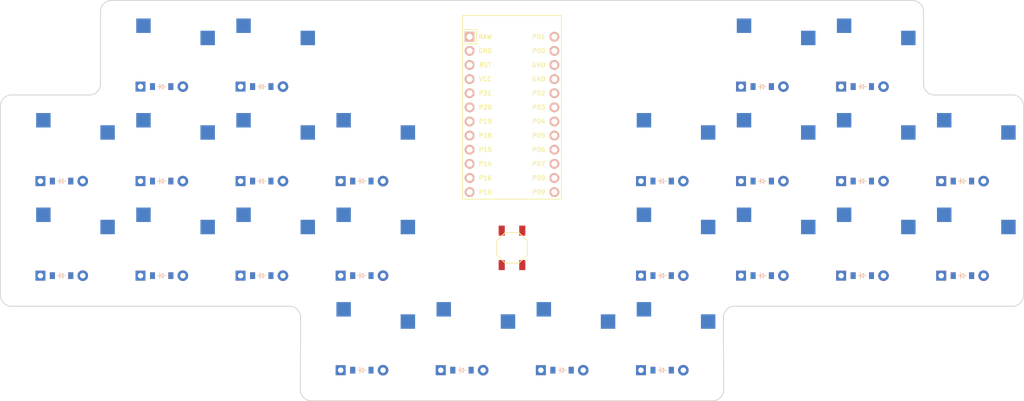
<source format=kicad_pcb>

            
(kicad_pcb (version 20171130) (host pcbnew 5.1.6)

  (page A3)
  (title_block
    (title machibuse)
    (rev v1.0.0)
    (company Unknown)
  )

  (general
    (thickness 1.6)
  )

  (layers
    (0 F.Cu signal)
    (31 B.Cu signal)
    (32 B.Adhes user)
    (33 F.Adhes user)
    (34 B.Paste user)
    (35 F.Paste user)
    (36 B.SilkS user)
    (37 F.SilkS user)
    (38 B.Mask user)
    (39 F.Mask user)
    (40 Dwgs.User user)
    (41 Cmts.User user)
    (42 Eco1.User user)
    (43 Eco2.User user)
    (44 Edge.Cuts user)
    (45 Margin user)
    (46 B.CrtYd user)
    (47 F.CrtYd user)
    (48 B.Fab user)
    (49 F.Fab user)
  )

  (setup
    (last_trace_width 0.25)
    (trace_clearance 0.2)
    (zone_clearance 0.508)
    (zone_45_only no)
    (trace_min 0.2)
    (via_size 0.8)
    (via_drill 0.4)
    (via_min_size 0.4)
    (via_min_drill 0.3)
    (uvia_size 0.3)
    (uvia_drill 0.1)
    (uvias_allowed no)
    (uvia_min_size 0.2)
    (uvia_min_drill 0.1)
    (edge_width 0.05)
    (segment_width 0.2)
    (pcb_text_width 0.3)
    (pcb_text_size 1.5 1.5)
    (mod_edge_width 0.12)
    (mod_text_size 1 1)
    (mod_text_width 0.15)
    (pad_size 1.524 1.524)
    (pad_drill 0.762)
    (pad_to_mask_clearance 0.05)
    (aux_axis_origin 0 0)
    (visible_elements FFFFFF7F)
    (pcbplotparams
      (layerselection 0x010fc_ffffffff)
      (usegerberextensions false)
      (usegerberattributes true)
      (usegerberadvancedattributes true)
      (creategerberjobfile true)
      (excludeedgelayer true)
      (linewidth 0.100000)
      (plotframeref false)
      (viasonmask false)
      (mode 1)
      (useauxorigin false)
      (hpglpennumber 1)
      (hpglpenspeed 20)
      (hpglpendiameter 15.000000)
      (psnegative false)
      (psa4output false)
      (plotreference true)
      (plotvalue true)
      (plotinvisibletext false)
      (padsonsilk false)
      (subtractmaskfromsilk false)
      (outputformat 1)
      (mirror false)
      (drillshape 1)
      (scaleselection 1)
      (outputdirectory ""))
  )

            (net 0 "")
(net 1 "pinky_bottom")
(net 2 "pinky_home")
(net 3 "ring_bottom")
(net 4 "ring_home")
(net 5 "ring_top")
(net 6 "middle_bottom")
(net 7 "middle_home")
(net 8 "middle_top")
(net 9 "index_bottom")
(net 10 "index_home")
(net 11 "layer_cluster")
(net 12 "space_cluster")
(net 13 "mirror_pinky_bottom")
(net 14 "mirror_pinky_home")
(net 15 "mirror_ring_bottom")
(net 16 "mirror_ring_home")
(net 17 "mirror_ring_top")
(net 18 "mirror_middle_bottom")
(net 19 "mirror_middle_home")
(net 20 "mirror_middle_top")
(net 21 "mirror_index_bottom")
(net 22 "mirror_index_home")
(net 23 "mirror_layer_cluster")
(net 24 "mirror_space_cluster")
(net 25 "RAW")
(net 26 "GND")
(net 27 "RST")
(net 28 "VCC")
(net 29 "P21")
(net 30 "P20")
(net 31 "P19")
(net 32 "P18")
(net 33 "P15")
(net 34 "P14")
(net 35 "P16")
(net 36 "P10")
(net 37 "P1")
(net 38 "P0")
(net 39 "P2")
(net 40 "P3")
(net 41 "P4")
(net 42 "P5")
(net 43 "P6")
(net 44 "P7")
(net 45 "P8")
(net 46 "P9")
            
  (net_class Default "This is the default net class."
    (clearance 0.2)
    (trace_width 0.25)
    (via_dia 0.8)
    (via_drill 0.4)
    (uvia_dia 0.3)
    (uvia_drill 0.1)
    (add_net "")
(add_net "pinky_bottom")
(add_net "pinky_home")
(add_net "ring_bottom")
(add_net "ring_home")
(add_net "ring_top")
(add_net "middle_bottom")
(add_net "middle_home")
(add_net "middle_top")
(add_net "index_bottom")
(add_net "index_home")
(add_net "layer_cluster")
(add_net "space_cluster")
(add_net "mirror_pinky_bottom")
(add_net "mirror_pinky_home")
(add_net "mirror_ring_bottom")
(add_net "mirror_ring_home")
(add_net "mirror_ring_top")
(add_net "mirror_middle_bottom")
(add_net "mirror_middle_home")
(add_net "mirror_middle_top")
(add_net "mirror_index_bottom")
(add_net "mirror_index_home")
(add_net "mirror_layer_cluster")
(add_net "mirror_space_cluster")
(add_net "RAW")
(add_net "GND")
(add_net "RST")
(add_net "VCC")
(add_net "P21")
(add_net "P20")
(add_net "P19")
(add_net "P18")
(add_net "P15")
(add_net "P14")
(add_net "P16")
(add_net "P10")
(add_net "P1")
(add_net "P0")
(add_net "P2")
(add_net "P3")
(add_net "P4")
(add_net "P5")
(add_net "P6")
(add_net "P7")
(add_net "P8")
(add_net "P9")
  )

            
        
      (module PG1350 (layer F.Cu) (tedit 5DD50112)
      (at 125 150 0)

      
      (fp_text reference "S1" (at 0 0) (layer F.SilkS) hide (effects (font (size 1.27 1.27) (thickness 0.15))))
      (fp_text value "" (at 0 0) (layer F.SilkS) hide (effects (font (size 1.27 1.27) (thickness 0.15))))

      
      (fp_line (start -7 -6) (end -7 -7) (layer Dwgs.User) (width 0.15))
      (fp_line (start -7 7) (end -6 7) (layer Dwgs.User) (width 0.15))
      (fp_line (start -6 -7) (end -7 -7) (layer Dwgs.User) (width 0.15))
      (fp_line (start -7 7) (end -7 6) (layer Dwgs.User) (width 0.15))
      (fp_line (start 7 6) (end 7 7) (layer Dwgs.User) (width 0.15))
      (fp_line (start 7 -7) (end 6 -7) (layer Dwgs.User) (width 0.15))
      (fp_line (start 6 7) (end 7 7) (layer Dwgs.User) (width 0.15))
      (fp_line (start 7 -7) (end 7 -6) (layer Dwgs.User) (width 0.15))      
      
      
      (pad "" np_thru_hole circle (at 0 0) (size 3.429 3.429) (drill 3.429) (layers *.Cu *.Mask))
        
      
      (pad "" np_thru_hole circle (at 5.5 0) (size 1.7018 1.7018) (drill 1.7018) (layers *.Cu *.Mask))
      (pad "" np_thru_hole circle (at -5.5 0) (size 1.7018 1.7018) (drill 1.7018) (layers *.Cu *.Mask))
      
        
      
      (fp_line (start -9 -8.5) (end 9 -8.5) (layer Dwgs.User) (width 0.15))
      (fp_line (start 9 -8.5) (end 9 8.5) (layer Dwgs.User) (width 0.15))
      (fp_line (start 9 8.5) (end -9 8.5) (layer Dwgs.User) (width 0.15))
      (fp_line (start -9 8.5) (end -9 -8.5) (layer Dwgs.User) (width 0.15))
      
        
          
          (pad "" np_thru_hole circle (at 5 -3.75) (size 3 3) (drill 3) (layers *.Cu *.Mask))
          (pad "" np_thru_hole circle (at 0 -5.95) (size 3 3) (drill 3) (layers *.Cu *.Mask))
      
          
          (pad 1 smd rect (at -3.275 -5.95 0) (size 2.6 2.6) (layers B.Cu B.Paste B.Mask)  (net 0 ""))
          (pad 2 smd rect (at 8.275 -3.75 0) (size 2.6 2.6) (layers B.Cu B.Paste B.Mask)  (net 1 "pinky_bottom"))
        )
        

        
      (module PG1350 (layer F.Cu) (tedit 5DD50112)
      (at 125 133 0)

      
      (fp_text reference "S2" (at 0 0) (layer F.SilkS) hide (effects (font (size 1.27 1.27) (thickness 0.15))))
      (fp_text value "" (at 0 0) (layer F.SilkS) hide (effects (font (size 1.27 1.27) (thickness 0.15))))

      
      (fp_line (start -7 -6) (end -7 -7) (layer Dwgs.User) (width 0.15))
      (fp_line (start -7 7) (end -6 7) (layer Dwgs.User) (width 0.15))
      (fp_line (start -6 -7) (end -7 -7) (layer Dwgs.User) (width 0.15))
      (fp_line (start -7 7) (end -7 6) (layer Dwgs.User) (width 0.15))
      (fp_line (start 7 6) (end 7 7) (layer Dwgs.User) (width 0.15))
      (fp_line (start 7 -7) (end 6 -7) (layer Dwgs.User) (width 0.15))
      (fp_line (start 6 7) (end 7 7) (layer Dwgs.User) (width 0.15))
      (fp_line (start 7 -7) (end 7 -6) (layer Dwgs.User) (width 0.15))      
      
      
      (pad "" np_thru_hole circle (at 0 0) (size 3.429 3.429) (drill 3.429) (layers *.Cu *.Mask))
        
      
      (pad "" np_thru_hole circle (at 5.5 0) (size 1.7018 1.7018) (drill 1.7018) (layers *.Cu *.Mask))
      (pad "" np_thru_hole circle (at -5.5 0) (size 1.7018 1.7018) (drill 1.7018) (layers *.Cu *.Mask))
      
        
      
      (fp_line (start -9 -8.5) (end 9 -8.5) (layer Dwgs.User) (width 0.15))
      (fp_line (start 9 -8.5) (end 9 8.5) (layer Dwgs.User) (width 0.15))
      (fp_line (start 9 8.5) (end -9 8.5) (layer Dwgs.User) (width 0.15))
      (fp_line (start -9 8.5) (end -9 -8.5) (layer Dwgs.User) (width 0.15))
      
        
          
          (pad "" np_thru_hole circle (at 5 -3.75) (size 3 3) (drill 3) (layers *.Cu *.Mask))
          (pad "" np_thru_hole circle (at 0 -5.95) (size 3 3) (drill 3) (layers *.Cu *.Mask))
      
          
          (pad 1 smd rect (at -3.275 -5.95 0) (size 2.6 2.6) (layers B.Cu B.Paste B.Mask)  (net 0 ""))
          (pad 2 smd rect (at 8.275 -3.75 0) (size 2.6 2.6) (layers B.Cu B.Paste B.Mask)  (net 2 "pinky_home"))
        )
        

        
      (module PG1350 (layer F.Cu) (tedit 5DD50112)
      (at 143 150 0)

      
      (fp_text reference "S3" (at 0 0) (layer F.SilkS) hide (effects (font (size 1.27 1.27) (thickness 0.15))))
      (fp_text value "" (at 0 0) (layer F.SilkS) hide (effects (font (size 1.27 1.27) (thickness 0.15))))

      
      (fp_line (start -7 -6) (end -7 -7) (layer Dwgs.User) (width 0.15))
      (fp_line (start -7 7) (end -6 7) (layer Dwgs.User) (width 0.15))
      (fp_line (start -6 -7) (end -7 -7) (layer Dwgs.User) (width 0.15))
      (fp_line (start -7 7) (end -7 6) (layer Dwgs.User) (width 0.15))
      (fp_line (start 7 6) (end 7 7) (layer Dwgs.User) (width 0.15))
      (fp_line (start 7 -7) (end 6 -7) (layer Dwgs.User) (width 0.15))
      (fp_line (start 6 7) (end 7 7) (layer Dwgs.User) (width 0.15))
      (fp_line (start 7 -7) (end 7 -6) (layer Dwgs.User) (width 0.15))      
      
      
      (pad "" np_thru_hole circle (at 0 0) (size 3.429 3.429) (drill 3.429) (layers *.Cu *.Mask))
        
      
      (pad "" np_thru_hole circle (at 5.5 0) (size 1.7018 1.7018) (drill 1.7018) (layers *.Cu *.Mask))
      (pad "" np_thru_hole circle (at -5.5 0) (size 1.7018 1.7018) (drill 1.7018) (layers *.Cu *.Mask))
      
        
      
      (fp_line (start -9 -8.5) (end 9 -8.5) (layer Dwgs.User) (width 0.15))
      (fp_line (start 9 -8.5) (end 9 8.5) (layer Dwgs.User) (width 0.15))
      (fp_line (start 9 8.5) (end -9 8.5) (layer Dwgs.User) (width 0.15))
      (fp_line (start -9 8.5) (end -9 -8.5) (layer Dwgs.User) (width 0.15))
      
        
          
          (pad "" np_thru_hole circle (at 5 -3.75) (size 3 3) (drill 3) (layers *.Cu *.Mask))
          (pad "" np_thru_hole circle (at 0 -5.95) (size 3 3) (drill 3) (layers *.Cu *.Mask))
      
          
          (pad 1 smd rect (at -3.275 -5.95 0) (size 2.6 2.6) (layers B.Cu B.Paste B.Mask)  (net 0 ""))
          (pad 2 smd rect (at 8.275 -3.75 0) (size 2.6 2.6) (layers B.Cu B.Paste B.Mask)  (net 3 "ring_bottom"))
        )
        

        
      (module PG1350 (layer F.Cu) (tedit 5DD50112)
      (at 143 133 0)

      
      (fp_text reference "S4" (at 0 0) (layer F.SilkS) hide (effects (font (size 1.27 1.27) (thickness 0.15))))
      (fp_text value "" (at 0 0) (layer F.SilkS) hide (effects (font (size 1.27 1.27) (thickness 0.15))))

      
      (fp_line (start -7 -6) (end -7 -7) (layer Dwgs.User) (width 0.15))
      (fp_line (start -7 7) (end -6 7) (layer Dwgs.User) (width 0.15))
      (fp_line (start -6 -7) (end -7 -7) (layer Dwgs.User) (width 0.15))
      (fp_line (start -7 7) (end -7 6) (layer Dwgs.User) (width 0.15))
      (fp_line (start 7 6) (end 7 7) (layer Dwgs.User) (width 0.15))
      (fp_line (start 7 -7) (end 6 -7) (layer Dwgs.User) (width 0.15))
      (fp_line (start 6 7) (end 7 7) (layer Dwgs.User) (width 0.15))
      (fp_line (start 7 -7) (end 7 -6) (layer Dwgs.User) (width 0.15))      
      
      
      (pad "" np_thru_hole circle (at 0 0) (size 3.429 3.429) (drill 3.429) (layers *.Cu *.Mask))
        
      
      (pad "" np_thru_hole circle (at 5.5 0) (size 1.7018 1.7018) (drill 1.7018) (layers *.Cu *.Mask))
      (pad "" np_thru_hole circle (at -5.5 0) (size 1.7018 1.7018) (drill 1.7018) (layers *.Cu *.Mask))
      
        
      
      (fp_line (start -9 -8.5) (end 9 -8.5) (layer Dwgs.User) (width 0.15))
      (fp_line (start 9 -8.5) (end 9 8.5) (layer Dwgs.User) (width 0.15))
      (fp_line (start 9 8.5) (end -9 8.5) (layer Dwgs.User) (width 0.15))
      (fp_line (start -9 8.5) (end -9 -8.5) (layer Dwgs.User) (width 0.15))
      
        
          
          (pad "" np_thru_hole circle (at 5 -3.75) (size 3 3) (drill 3) (layers *.Cu *.Mask))
          (pad "" np_thru_hole circle (at 0 -5.95) (size 3 3) (drill 3) (layers *.Cu *.Mask))
      
          
          (pad 1 smd rect (at -3.275 -5.95 0) (size 2.6 2.6) (layers B.Cu B.Paste B.Mask)  (net 0 ""))
          (pad 2 smd rect (at 8.275 -3.75 0) (size 2.6 2.6) (layers B.Cu B.Paste B.Mask)  (net 4 "ring_home"))
        )
        

        
      (module PG1350 (layer F.Cu) (tedit 5DD50112)
      (at 143 116 0)

      
      (fp_text reference "S5" (at 0 0) (layer F.SilkS) hide (effects (font (size 1.27 1.27) (thickness 0.15))))
      (fp_text value "" (at 0 0) (layer F.SilkS) hide (effects (font (size 1.27 1.27) (thickness 0.15))))

      
      (fp_line (start -7 -6) (end -7 -7) (layer Dwgs.User) (width 0.15))
      (fp_line (start -7 7) (end -6 7) (layer Dwgs.User) (width 0.15))
      (fp_line (start -6 -7) (end -7 -7) (layer Dwgs.User) (width 0.15))
      (fp_line (start -7 7) (end -7 6) (layer Dwgs.User) (width 0.15))
      (fp_line (start 7 6) (end 7 7) (layer Dwgs.User) (width 0.15))
      (fp_line (start 7 -7) (end 6 -7) (layer Dwgs.User) (width 0.15))
      (fp_line (start 6 7) (end 7 7) (layer Dwgs.User) (width 0.15))
      (fp_line (start 7 -7) (end 7 -6) (layer Dwgs.User) (width 0.15))      
      
      
      (pad "" np_thru_hole circle (at 0 0) (size 3.429 3.429) (drill 3.429) (layers *.Cu *.Mask))
        
      
      (pad "" np_thru_hole circle (at 5.5 0) (size 1.7018 1.7018) (drill 1.7018) (layers *.Cu *.Mask))
      (pad "" np_thru_hole circle (at -5.5 0) (size 1.7018 1.7018) (drill 1.7018) (layers *.Cu *.Mask))
      
        
      
      (fp_line (start -9 -8.5) (end 9 -8.5) (layer Dwgs.User) (width 0.15))
      (fp_line (start 9 -8.5) (end 9 8.5) (layer Dwgs.User) (width 0.15))
      (fp_line (start 9 8.5) (end -9 8.5) (layer Dwgs.User) (width 0.15))
      (fp_line (start -9 8.5) (end -9 -8.5) (layer Dwgs.User) (width 0.15))
      
        
          
          (pad "" np_thru_hole circle (at 5 -3.75) (size 3 3) (drill 3) (layers *.Cu *.Mask))
          (pad "" np_thru_hole circle (at 0 -5.95) (size 3 3) (drill 3) (layers *.Cu *.Mask))
      
          
          (pad 1 smd rect (at -3.275 -5.95 0) (size 2.6 2.6) (layers B.Cu B.Paste B.Mask)  (net 0 ""))
          (pad 2 smd rect (at 8.275 -3.75 0) (size 2.6 2.6) (layers B.Cu B.Paste B.Mask)  (net 5 "ring_top"))
        )
        

        
      (module PG1350 (layer F.Cu) (tedit 5DD50112)
      (at 161 150 0)

      
      (fp_text reference "S6" (at 0 0) (layer F.SilkS) hide (effects (font (size 1.27 1.27) (thickness 0.15))))
      (fp_text value "" (at 0 0) (layer F.SilkS) hide (effects (font (size 1.27 1.27) (thickness 0.15))))

      
      (fp_line (start -7 -6) (end -7 -7) (layer Dwgs.User) (width 0.15))
      (fp_line (start -7 7) (end -6 7) (layer Dwgs.User) (width 0.15))
      (fp_line (start -6 -7) (end -7 -7) (layer Dwgs.User) (width 0.15))
      (fp_line (start -7 7) (end -7 6) (layer Dwgs.User) (width 0.15))
      (fp_line (start 7 6) (end 7 7) (layer Dwgs.User) (width 0.15))
      (fp_line (start 7 -7) (end 6 -7) (layer Dwgs.User) (width 0.15))
      (fp_line (start 6 7) (end 7 7) (layer Dwgs.User) (width 0.15))
      (fp_line (start 7 -7) (end 7 -6) (layer Dwgs.User) (width 0.15))      
      
      
      (pad "" np_thru_hole circle (at 0 0) (size 3.429 3.429) (drill 3.429) (layers *.Cu *.Mask))
        
      
      (pad "" np_thru_hole circle (at 5.5 0) (size 1.7018 1.7018) (drill 1.7018) (layers *.Cu *.Mask))
      (pad "" np_thru_hole circle (at -5.5 0) (size 1.7018 1.7018) (drill 1.7018) (layers *.Cu *.Mask))
      
        
      
      (fp_line (start -9 -8.5) (end 9 -8.5) (layer Dwgs.User) (width 0.15))
      (fp_line (start 9 -8.5) (end 9 8.5) (layer Dwgs.User) (width 0.15))
      (fp_line (start 9 8.5) (end -9 8.5) (layer Dwgs.User) (width 0.15))
      (fp_line (start -9 8.5) (end -9 -8.5) (layer Dwgs.User) (width 0.15))
      
        
          
          (pad "" np_thru_hole circle (at 5 -3.75) (size 3 3) (drill 3) (layers *.Cu *.Mask))
          (pad "" np_thru_hole circle (at 0 -5.95) (size 3 3) (drill 3) (layers *.Cu *.Mask))
      
          
          (pad 1 smd rect (at -3.275 -5.95 0) (size 2.6 2.6) (layers B.Cu B.Paste B.Mask)  (net 0 ""))
          (pad 2 smd rect (at 8.275 -3.75 0) (size 2.6 2.6) (layers B.Cu B.Paste B.Mask)  (net 6 "middle_bottom"))
        )
        

        
      (module PG1350 (layer F.Cu) (tedit 5DD50112)
      (at 161 133 0)

      
      (fp_text reference "S7" (at 0 0) (layer F.SilkS) hide (effects (font (size 1.27 1.27) (thickness 0.15))))
      (fp_text value "" (at 0 0) (layer F.SilkS) hide (effects (font (size 1.27 1.27) (thickness 0.15))))

      
      (fp_line (start -7 -6) (end -7 -7) (layer Dwgs.User) (width 0.15))
      (fp_line (start -7 7) (end -6 7) (layer Dwgs.User) (width 0.15))
      (fp_line (start -6 -7) (end -7 -7) (layer Dwgs.User) (width 0.15))
      (fp_line (start -7 7) (end -7 6) (layer Dwgs.User) (width 0.15))
      (fp_line (start 7 6) (end 7 7) (layer Dwgs.User) (width 0.15))
      (fp_line (start 7 -7) (end 6 -7) (layer Dwgs.User) (width 0.15))
      (fp_line (start 6 7) (end 7 7) (layer Dwgs.User) (width 0.15))
      (fp_line (start 7 -7) (end 7 -6) (layer Dwgs.User) (width 0.15))      
      
      
      (pad "" np_thru_hole circle (at 0 0) (size 3.429 3.429) (drill 3.429) (layers *.Cu *.Mask))
        
      
      (pad "" np_thru_hole circle (at 5.5 0) (size 1.7018 1.7018) (drill 1.7018) (layers *.Cu *.Mask))
      (pad "" np_thru_hole circle (at -5.5 0) (size 1.7018 1.7018) (drill 1.7018) (layers *.Cu *.Mask))
      
        
      
      (fp_line (start -9 -8.5) (end 9 -8.5) (layer Dwgs.User) (width 0.15))
      (fp_line (start 9 -8.5) (end 9 8.5) (layer Dwgs.User) (width 0.15))
      (fp_line (start 9 8.5) (end -9 8.5) (layer Dwgs.User) (width 0.15))
      (fp_line (start -9 8.5) (end -9 -8.5) (layer Dwgs.User) (width 0.15))
      
        
          
          (pad "" np_thru_hole circle (at 5 -3.75) (size 3 3) (drill 3) (layers *.Cu *.Mask))
          (pad "" np_thru_hole circle (at 0 -5.95) (size 3 3) (drill 3) (layers *.Cu *.Mask))
      
          
          (pad 1 smd rect (at -3.275 -5.95 0) (size 2.6 2.6) (layers B.Cu B.Paste B.Mask)  (net 0 ""))
          (pad 2 smd rect (at 8.275 -3.75 0) (size 2.6 2.6) (layers B.Cu B.Paste B.Mask)  (net 7 "middle_home"))
        )
        

        
      (module PG1350 (layer F.Cu) (tedit 5DD50112)
      (at 161 116 0)

      
      (fp_text reference "S8" (at 0 0) (layer F.SilkS) hide (effects (font (size 1.27 1.27) (thickness 0.15))))
      (fp_text value "" (at 0 0) (layer F.SilkS) hide (effects (font (size 1.27 1.27) (thickness 0.15))))

      
      (fp_line (start -7 -6) (end -7 -7) (layer Dwgs.User) (width 0.15))
      (fp_line (start -7 7) (end -6 7) (layer Dwgs.User) (width 0.15))
      (fp_line (start -6 -7) (end -7 -7) (layer Dwgs.User) (width 0.15))
      (fp_line (start -7 7) (end -7 6) (layer Dwgs.User) (width 0.15))
      (fp_line (start 7 6) (end 7 7) (layer Dwgs.User) (width 0.15))
      (fp_line (start 7 -7) (end 6 -7) (layer Dwgs.User) (width 0.15))
      (fp_line (start 6 7) (end 7 7) (layer Dwgs.User) (width 0.15))
      (fp_line (start 7 -7) (end 7 -6) (layer Dwgs.User) (width 0.15))      
      
      
      (pad "" np_thru_hole circle (at 0 0) (size 3.429 3.429) (drill 3.429) (layers *.Cu *.Mask))
        
      
      (pad "" np_thru_hole circle (at 5.5 0) (size 1.7018 1.7018) (drill 1.7018) (layers *.Cu *.Mask))
      (pad "" np_thru_hole circle (at -5.5 0) (size 1.7018 1.7018) (drill 1.7018) (layers *.Cu *.Mask))
      
        
      
      (fp_line (start -9 -8.5) (end 9 -8.5) (layer Dwgs.User) (width 0.15))
      (fp_line (start 9 -8.5) (end 9 8.5) (layer Dwgs.User) (width 0.15))
      (fp_line (start 9 8.5) (end -9 8.5) (layer Dwgs.User) (width 0.15))
      (fp_line (start -9 8.5) (end -9 -8.5) (layer Dwgs.User) (width 0.15))
      
        
          
          (pad "" np_thru_hole circle (at 5 -3.75) (size 3 3) (drill 3) (layers *.Cu *.Mask))
          (pad "" np_thru_hole circle (at 0 -5.95) (size 3 3) (drill 3) (layers *.Cu *.Mask))
      
          
          (pad 1 smd rect (at -3.275 -5.95 0) (size 2.6 2.6) (layers B.Cu B.Paste B.Mask)  (net 0 ""))
          (pad 2 smd rect (at 8.275 -3.75 0) (size 2.6 2.6) (layers B.Cu B.Paste B.Mask)  (net 8 "middle_top"))
        )
        

        
      (module PG1350 (layer F.Cu) (tedit 5DD50112)
      (at 179 150 0)

      
      (fp_text reference "S9" (at 0 0) (layer F.SilkS) hide (effects (font (size 1.27 1.27) (thickness 0.15))))
      (fp_text value "" (at 0 0) (layer F.SilkS) hide (effects (font (size 1.27 1.27) (thickness 0.15))))

      
      (fp_line (start -7 -6) (end -7 -7) (layer Dwgs.User) (width 0.15))
      (fp_line (start -7 7) (end -6 7) (layer Dwgs.User) (width 0.15))
      (fp_line (start -6 -7) (end -7 -7) (layer Dwgs.User) (width 0.15))
      (fp_line (start -7 7) (end -7 6) (layer Dwgs.User) (width 0.15))
      (fp_line (start 7 6) (end 7 7) (layer Dwgs.User) (width 0.15))
      (fp_line (start 7 -7) (end 6 -7) (layer Dwgs.User) (width 0.15))
      (fp_line (start 6 7) (end 7 7) (layer Dwgs.User) (width 0.15))
      (fp_line (start 7 -7) (end 7 -6) (layer Dwgs.User) (width 0.15))      
      
      
      (pad "" np_thru_hole circle (at 0 0) (size 3.429 3.429) (drill 3.429) (layers *.Cu *.Mask))
        
      
      (pad "" np_thru_hole circle (at 5.5 0) (size 1.7018 1.7018) (drill 1.7018) (layers *.Cu *.Mask))
      (pad "" np_thru_hole circle (at -5.5 0) (size 1.7018 1.7018) (drill 1.7018) (layers *.Cu *.Mask))
      
        
      
      (fp_line (start -9 -8.5) (end 9 -8.5) (layer Dwgs.User) (width 0.15))
      (fp_line (start 9 -8.5) (end 9 8.5) (layer Dwgs.User) (width 0.15))
      (fp_line (start 9 8.5) (end -9 8.5) (layer Dwgs.User) (width 0.15))
      (fp_line (start -9 8.5) (end -9 -8.5) (layer Dwgs.User) (width 0.15))
      
        
          
          (pad "" np_thru_hole circle (at 5 -3.75) (size 3 3) (drill 3) (layers *.Cu *.Mask))
          (pad "" np_thru_hole circle (at 0 -5.95) (size 3 3) (drill 3) (layers *.Cu *.Mask))
      
          
          (pad 1 smd rect (at -3.275 -5.95 0) (size 2.6 2.6) (layers B.Cu B.Paste B.Mask)  (net 0 ""))
          (pad 2 smd rect (at 8.275 -3.75 0) (size 2.6 2.6) (layers B.Cu B.Paste B.Mask)  (net 9 "index_bottom"))
        )
        

        
      (module PG1350 (layer F.Cu) (tedit 5DD50112)
      (at 179 133 0)

      
      (fp_text reference "S10" (at 0 0) (layer F.SilkS) hide (effects (font (size 1.27 1.27) (thickness 0.15))))
      (fp_text value "" (at 0 0) (layer F.SilkS) hide (effects (font (size 1.27 1.27) (thickness 0.15))))

      
      (fp_line (start -7 -6) (end -7 -7) (layer Dwgs.User) (width 0.15))
      (fp_line (start -7 7) (end -6 7) (layer Dwgs.User) (width 0.15))
      (fp_line (start -6 -7) (end -7 -7) (layer Dwgs.User) (width 0.15))
      (fp_line (start -7 7) (end -7 6) (layer Dwgs.User) (width 0.15))
      (fp_line (start 7 6) (end 7 7) (layer Dwgs.User) (width 0.15))
      (fp_line (start 7 -7) (end 6 -7) (layer Dwgs.User) (width 0.15))
      (fp_line (start 6 7) (end 7 7) (layer Dwgs.User) (width 0.15))
      (fp_line (start 7 -7) (end 7 -6) (layer Dwgs.User) (width 0.15))      
      
      
      (pad "" np_thru_hole circle (at 0 0) (size 3.429 3.429) (drill 3.429) (layers *.Cu *.Mask))
        
      
      (pad "" np_thru_hole circle (at 5.5 0) (size 1.7018 1.7018) (drill 1.7018) (layers *.Cu *.Mask))
      (pad "" np_thru_hole circle (at -5.5 0) (size 1.7018 1.7018) (drill 1.7018) (layers *.Cu *.Mask))
      
        
      
      (fp_line (start -9 -8.5) (end 9 -8.5) (layer Dwgs.User) (width 0.15))
      (fp_line (start 9 -8.5) (end 9 8.5) (layer Dwgs.User) (width 0.15))
      (fp_line (start 9 8.5) (end -9 8.5) (layer Dwgs.User) (width 0.15))
      (fp_line (start -9 8.5) (end -9 -8.5) (layer Dwgs.User) (width 0.15))
      
        
          
          (pad "" np_thru_hole circle (at 5 -3.75) (size 3 3) (drill 3) (layers *.Cu *.Mask))
          (pad "" np_thru_hole circle (at 0 -5.95) (size 3 3) (drill 3) (layers *.Cu *.Mask))
      
          
          (pad 1 smd rect (at -3.275 -5.95 0) (size 2.6 2.6) (layers B.Cu B.Paste B.Mask)  (net 0 ""))
          (pad 2 smd rect (at 8.275 -3.75 0) (size 2.6 2.6) (layers B.Cu B.Paste B.Mask)  (net 10 "index_home"))
        )
        

        
      (module PG1350 (layer F.Cu) (tedit 5DD50112)
      (at 215 167 0)

      
      (fp_text reference "S11" (at 0 0) (layer F.SilkS) hide (effects (font (size 1.27 1.27) (thickness 0.15))))
      (fp_text value "" (at 0 0) (layer F.SilkS) hide (effects (font (size 1.27 1.27) (thickness 0.15))))

      
      (fp_line (start -7 -6) (end -7 -7) (layer Dwgs.User) (width 0.15))
      (fp_line (start -7 7) (end -6 7) (layer Dwgs.User) (width 0.15))
      (fp_line (start -6 -7) (end -7 -7) (layer Dwgs.User) (width 0.15))
      (fp_line (start -7 7) (end -7 6) (layer Dwgs.User) (width 0.15))
      (fp_line (start 7 6) (end 7 7) (layer Dwgs.User) (width 0.15))
      (fp_line (start 7 -7) (end 6 -7) (layer Dwgs.User) (width 0.15))
      (fp_line (start 6 7) (end 7 7) (layer Dwgs.User) (width 0.15))
      (fp_line (start 7 -7) (end 7 -6) (layer Dwgs.User) (width 0.15))      
      
      
      (pad "" np_thru_hole circle (at 0 0) (size 3.429 3.429) (drill 3.429) (layers *.Cu *.Mask))
        
      
      (pad "" np_thru_hole circle (at 5.5 0) (size 1.7018 1.7018) (drill 1.7018) (layers *.Cu *.Mask))
      (pad "" np_thru_hole circle (at -5.5 0) (size 1.7018 1.7018) (drill 1.7018) (layers *.Cu *.Mask))
      
        
      
      (fp_line (start -9 -8.5) (end 9 -8.5) (layer Dwgs.User) (width 0.15))
      (fp_line (start 9 -8.5) (end 9 8.5) (layer Dwgs.User) (width 0.15))
      (fp_line (start 9 8.5) (end -9 8.5) (layer Dwgs.User) (width 0.15))
      (fp_line (start -9 8.5) (end -9 -8.5) (layer Dwgs.User) (width 0.15))
      
        
          
          (pad "" np_thru_hole circle (at 5 -3.75) (size 3 3) (drill 3) (layers *.Cu *.Mask))
          (pad "" np_thru_hole circle (at 0 -5.95) (size 3 3) (drill 3) (layers *.Cu *.Mask))
      
          
          (pad 1 smd rect (at -3.275 -5.95 0) (size 2.6 2.6) (layers B.Cu B.Paste B.Mask)  (net 0 ""))
          (pad 2 smd rect (at 8.275 -3.75 0) (size 2.6 2.6) (layers B.Cu B.Paste B.Mask)  (net 11 "layer_cluster"))
        )
        

        
      (module PG1350 (layer F.Cu) (tedit 5DD50112)
      (at 233 167 0)

      
      (fp_text reference "S12" (at 0 0) (layer F.SilkS) hide (effects (font (size 1.27 1.27) (thickness 0.15))))
      (fp_text value "" (at 0 0) (layer F.SilkS) hide (effects (font (size 1.27 1.27) (thickness 0.15))))

      
      (fp_line (start -7 -6) (end -7 -7) (layer Dwgs.User) (width 0.15))
      (fp_line (start -7 7) (end -6 7) (layer Dwgs.User) (width 0.15))
      (fp_line (start -6 -7) (end -7 -7) (layer Dwgs.User) (width 0.15))
      (fp_line (start -7 7) (end -7 6) (layer Dwgs.User) (width 0.15))
      (fp_line (start 7 6) (end 7 7) (layer Dwgs.User) (width 0.15))
      (fp_line (start 7 -7) (end 6 -7) (layer Dwgs.User) (width 0.15))
      (fp_line (start 6 7) (end 7 7) (layer Dwgs.User) (width 0.15))
      (fp_line (start 7 -7) (end 7 -6) (layer Dwgs.User) (width 0.15))      
      
      
      (pad "" np_thru_hole circle (at 0 0) (size 3.429 3.429) (drill 3.429) (layers *.Cu *.Mask))
        
      
      (pad "" np_thru_hole circle (at 5.5 0) (size 1.7018 1.7018) (drill 1.7018) (layers *.Cu *.Mask))
      (pad "" np_thru_hole circle (at -5.5 0) (size 1.7018 1.7018) (drill 1.7018) (layers *.Cu *.Mask))
      
        
      
      (fp_line (start -9 -8.5) (end 9 -8.5) (layer Dwgs.User) (width 0.15))
      (fp_line (start 9 -8.5) (end 9 8.5) (layer Dwgs.User) (width 0.15))
      (fp_line (start 9 8.5) (end -9 8.5) (layer Dwgs.User) (width 0.15))
      (fp_line (start -9 8.5) (end -9 -8.5) (layer Dwgs.User) (width 0.15))
      
        
          
          (pad "" np_thru_hole circle (at 5 -3.75) (size 3 3) (drill 3) (layers *.Cu *.Mask))
          (pad "" np_thru_hole circle (at 0 -5.95) (size 3 3) (drill 3) (layers *.Cu *.Mask))
      
          
          (pad 1 smd rect (at -3.275 -5.95 0) (size 2.6 2.6) (layers B.Cu B.Paste B.Mask)  (net 0 ""))
          (pad 2 smd rect (at 8.275 -3.75 0) (size 2.6 2.6) (layers B.Cu B.Paste B.Mask)  (net 12 "space_cluster"))
        )
        

        
      (module PG1350 (layer F.Cu) (tedit 5DD50112)
      (at 287 150 0)

      
      (fp_text reference "S13" (at 0 0) (layer F.SilkS) hide (effects (font (size 1.27 1.27) (thickness 0.15))))
      (fp_text value "" (at 0 0) (layer F.SilkS) hide (effects (font (size 1.27 1.27) (thickness 0.15))))

      
      (fp_line (start -7 -6) (end -7 -7) (layer Dwgs.User) (width 0.15))
      (fp_line (start -7 7) (end -6 7) (layer Dwgs.User) (width 0.15))
      (fp_line (start -6 -7) (end -7 -7) (layer Dwgs.User) (width 0.15))
      (fp_line (start -7 7) (end -7 6) (layer Dwgs.User) (width 0.15))
      (fp_line (start 7 6) (end 7 7) (layer Dwgs.User) (width 0.15))
      (fp_line (start 7 -7) (end 6 -7) (layer Dwgs.User) (width 0.15))
      (fp_line (start 6 7) (end 7 7) (layer Dwgs.User) (width 0.15))
      (fp_line (start 7 -7) (end 7 -6) (layer Dwgs.User) (width 0.15))      
      
      
      (pad "" np_thru_hole circle (at 0 0) (size 3.429 3.429) (drill 3.429) (layers *.Cu *.Mask))
        
      
      (pad "" np_thru_hole circle (at 5.5 0) (size 1.7018 1.7018) (drill 1.7018) (layers *.Cu *.Mask))
      (pad "" np_thru_hole circle (at -5.5 0) (size 1.7018 1.7018) (drill 1.7018) (layers *.Cu *.Mask))
      
        
      
      (fp_line (start -9 -8.5) (end 9 -8.5) (layer Dwgs.User) (width 0.15))
      (fp_line (start 9 -8.5) (end 9 8.5) (layer Dwgs.User) (width 0.15))
      (fp_line (start 9 8.5) (end -9 8.5) (layer Dwgs.User) (width 0.15))
      (fp_line (start -9 8.5) (end -9 -8.5) (layer Dwgs.User) (width 0.15))
      
        
          
          (pad "" np_thru_hole circle (at 5 -3.75) (size 3 3) (drill 3) (layers *.Cu *.Mask))
          (pad "" np_thru_hole circle (at 0 -5.95) (size 3 3) (drill 3) (layers *.Cu *.Mask))
      
          
          (pad 1 smd rect (at -3.275 -5.95 0) (size 2.6 2.6) (layers B.Cu B.Paste B.Mask)  (net 0 ""))
          (pad 2 smd rect (at 8.275 -3.75 0) (size 2.6 2.6) (layers B.Cu B.Paste B.Mask)  (net 13 "mirror_pinky_bottom"))
        )
        

        
      (module PG1350 (layer F.Cu) (tedit 5DD50112)
      (at 287 133 0)

      
      (fp_text reference "S14" (at 0 0) (layer F.SilkS) hide (effects (font (size 1.27 1.27) (thickness 0.15))))
      (fp_text value "" (at 0 0) (layer F.SilkS) hide (effects (font (size 1.27 1.27) (thickness 0.15))))

      
      (fp_line (start -7 -6) (end -7 -7) (layer Dwgs.User) (width 0.15))
      (fp_line (start -7 7) (end -6 7) (layer Dwgs.User) (width 0.15))
      (fp_line (start -6 -7) (end -7 -7) (layer Dwgs.User) (width 0.15))
      (fp_line (start -7 7) (end -7 6) (layer Dwgs.User) (width 0.15))
      (fp_line (start 7 6) (end 7 7) (layer Dwgs.User) (width 0.15))
      (fp_line (start 7 -7) (end 6 -7) (layer Dwgs.User) (width 0.15))
      (fp_line (start 6 7) (end 7 7) (layer Dwgs.User) (width 0.15))
      (fp_line (start 7 -7) (end 7 -6) (layer Dwgs.User) (width 0.15))      
      
      
      (pad "" np_thru_hole circle (at 0 0) (size 3.429 3.429) (drill 3.429) (layers *.Cu *.Mask))
        
      
      (pad "" np_thru_hole circle (at 5.5 0) (size 1.7018 1.7018) (drill 1.7018) (layers *.Cu *.Mask))
      (pad "" np_thru_hole circle (at -5.5 0) (size 1.7018 1.7018) (drill 1.7018) (layers *.Cu *.Mask))
      
        
      
      (fp_line (start -9 -8.5) (end 9 -8.5) (layer Dwgs.User) (width 0.15))
      (fp_line (start 9 -8.5) (end 9 8.5) (layer Dwgs.User) (width 0.15))
      (fp_line (start 9 8.5) (end -9 8.5) (layer Dwgs.User) (width 0.15))
      (fp_line (start -9 8.5) (end -9 -8.5) (layer Dwgs.User) (width 0.15))
      
        
          
          (pad "" np_thru_hole circle (at 5 -3.75) (size 3 3) (drill 3) (layers *.Cu *.Mask))
          (pad "" np_thru_hole circle (at 0 -5.95) (size 3 3) (drill 3) (layers *.Cu *.Mask))
      
          
          (pad 1 smd rect (at -3.275 -5.95 0) (size 2.6 2.6) (layers B.Cu B.Paste B.Mask)  (net 0 ""))
          (pad 2 smd rect (at 8.275 -3.75 0) (size 2.6 2.6) (layers B.Cu B.Paste B.Mask)  (net 14 "mirror_pinky_home"))
        )
        

        
      (module PG1350 (layer F.Cu) (tedit 5DD50112)
      (at 269 150 0)

      
      (fp_text reference "S15" (at 0 0) (layer F.SilkS) hide (effects (font (size 1.27 1.27) (thickness 0.15))))
      (fp_text value "" (at 0 0) (layer F.SilkS) hide (effects (font (size 1.27 1.27) (thickness 0.15))))

      
      (fp_line (start -7 -6) (end -7 -7) (layer Dwgs.User) (width 0.15))
      (fp_line (start -7 7) (end -6 7) (layer Dwgs.User) (width 0.15))
      (fp_line (start -6 -7) (end -7 -7) (layer Dwgs.User) (width 0.15))
      (fp_line (start -7 7) (end -7 6) (layer Dwgs.User) (width 0.15))
      (fp_line (start 7 6) (end 7 7) (layer Dwgs.User) (width 0.15))
      (fp_line (start 7 -7) (end 6 -7) (layer Dwgs.User) (width 0.15))
      (fp_line (start 6 7) (end 7 7) (layer Dwgs.User) (width 0.15))
      (fp_line (start 7 -7) (end 7 -6) (layer Dwgs.User) (width 0.15))      
      
      
      (pad "" np_thru_hole circle (at 0 0) (size 3.429 3.429) (drill 3.429) (layers *.Cu *.Mask))
        
      
      (pad "" np_thru_hole circle (at 5.5 0) (size 1.7018 1.7018) (drill 1.7018) (layers *.Cu *.Mask))
      (pad "" np_thru_hole circle (at -5.5 0) (size 1.7018 1.7018) (drill 1.7018) (layers *.Cu *.Mask))
      
        
      
      (fp_line (start -9 -8.5) (end 9 -8.5) (layer Dwgs.User) (width 0.15))
      (fp_line (start 9 -8.5) (end 9 8.5) (layer Dwgs.User) (width 0.15))
      (fp_line (start 9 8.5) (end -9 8.5) (layer Dwgs.User) (width 0.15))
      (fp_line (start -9 8.5) (end -9 -8.5) (layer Dwgs.User) (width 0.15))
      
        
          
          (pad "" np_thru_hole circle (at 5 -3.75) (size 3 3) (drill 3) (layers *.Cu *.Mask))
          (pad "" np_thru_hole circle (at 0 -5.95) (size 3 3) (drill 3) (layers *.Cu *.Mask))
      
          
          (pad 1 smd rect (at -3.275 -5.95 0) (size 2.6 2.6) (layers B.Cu B.Paste B.Mask)  (net 0 ""))
          (pad 2 smd rect (at 8.275 -3.75 0) (size 2.6 2.6) (layers B.Cu B.Paste B.Mask)  (net 15 "mirror_ring_bottom"))
        )
        

        
      (module PG1350 (layer F.Cu) (tedit 5DD50112)
      (at 269 133 0)

      
      (fp_text reference "S16" (at 0 0) (layer F.SilkS) hide (effects (font (size 1.27 1.27) (thickness 0.15))))
      (fp_text value "" (at 0 0) (layer F.SilkS) hide (effects (font (size 1.27 1.27) (thickness 0.15))))

      
      (fp_line (start -7 -6) (end -7 -7) (layer Dwgs.User) (width 0.15))
      (fp_line (start -7 7) (end -6 7) (layer Dwgs.User) (width 0.15))
      (fp_line (start -6 -7) (end -7 -7) (layer Dwgs.User) (width 0.15))
      (fp_line (start -7 7) (end -7 6) (layer Dwgs.User) (width 0.15))
      (fp_line (start 7 6) (end 7 7) (layer Dwgs.User) (width 0.15))
      (fp_line (start 7 -7) (end 6 -7) (layer Dwgs.User) (width 0.15))
      (fp_line (start 6 7) (end 7 7) (layer Dwgs.User) (width 0.15))
      (fp_line (start 7 -7) (end 7 -6) (layer Dwgs.User) (width 0.15))      
      
      
      (pad "" np_thru_hole circle (at 0 0) (size 3.429 3.429) (drill 3.429) (layers *.Cu *.Mask))
        
      
      (pad "" np_thru_hole circle (at 5.5 0) (size 1.7018 1.7018) (drill 1.7018) (layers *.Cu *.Mask))
      (pad "" np_thru_hole circle (at -5.5 0) (size 1.7018 1.7018) (drill 1.7018) (layers *.Cu *.Mask))
      
        
      
      (fp_line (start -9 -8.5) (end 9 -8.5) (layer Dwgs.User) (width 0.15))
      (fp_line (start 9 -8.5) (end 9 8.5) (layer Dwgs.User) (width 0.15))
      (fp_line (start 9 8.5) (end -9 8.5) (layer Dwgs.User) (width 0.15))
      (fp_line (start -9 8.5) (end -9 -8.5) (layer Dwgs.User) (width 0.15))
      
        
          
          (pad "" np_thru_hole circle (at 5 -3.75) (size 3 3) (drill 3) (layers *.Cu *.Mask))
          (pad "" np_thru_hole circle (at 0 -5.95) (size 3 3) (drill 3) (layers *.Cu *.Mask))
      
          
          (pad 1 smd rect (at -3.275 -5.95 0) (size 2.6 2.6) (layers B.Cu B.Paste B.Mask)  (net 0 ""))
          (pad 2 smd rect (at 8.275 -3.75 0) (size 2.6 2.6) (layers B.Cu B.Paste B.Mask)  (net 16 "mirror_ring_home"))
        )
        

        
      (module PG1350 (layer F.Cu) (tedit 5DD50112)
      (at 269 116 0)

      
      (fp_text reference "S17" (at 0 0) (layer F.SilkS) hide (effects (font (size 1.27 1.27) (thickness 0.15))))
      (fp_text value "" (at 0 0) (layer F.SilkS) hide (effects (font (size 1.27 1.27) (thickness 0.15))))

      
      (fp_line (start -7 -6) (end -7 -7) (layer Dwgs.User) (width 0.15))
      (fp_line (start -7 7) (end -6 7) (layer Dwgs.User) (width 0.15))
      (fp_line (start -6 -7) (end -7 -7) (layer Dwgs.User) (width 0.15))
      (fp_line (start -7 7) (end -7 6) (layer Dwgs.User) (width 0.15))
      (fp_line (start 7 6) (end 7 7) (layer Dwgs.User) (width 0.15))
      (fp_line (start 7 -7) (end 6 -7) (layer Dwgs.User) (width 0.15))
      (fp_line (start 6 7) (end 7 7) (layer Dwgs.User) (width 0.15))
      (fp_line (start 7 -7) (end 7 -6) (layer Dwgs.User) (width 0.15))      
      
      
      (pad "" np_thru_hole circle (at 0 0) (size 3.429 3.429) (drill 3.429) (layers *.Cu *.Mask))
        
      
      (pad "" np_thru_hole circle (at 5.5 0) (size 1.7018 1.7018) (drill 1.7018) (layers *.Cu *.Mask))
      (pad "" np_thru_hole circle (at -5.5 0) (size 1.7018 1.7018) (drill 1.7018) (layers *.Cu *.Mask))
      
        
      
      (fp_line (start -9 -8.5) (end 9 -8.5) (layer Dwgs.User) (width 0.15))
      (fp_line (start 9 -8.5) (end 9 8.5) (layer Dwgs.User) (width 0.15))
      (fp_line (start 9 8.5) (end -9 8.5) (layer Dwgs.User) (width 0.15))
      (fp_line (start -9 8.5) (end -9 -8.5) (layer Dwgs.User) (width 0.15))
      
        
          
          (pad "" np_thru_hole circle (at 5 -3.75) (size 3 3) (drill 3) (layers *.Cu *.Mask))
          (pad "" np_thru_hole circle (at 0 -5.95) (size 3 3) (drill 3) (layers *.Cu *.Mask))
      
          
          (pad 1 smd rect (at -3.275 -5.95 0) (size 2.6 2.6) (layers B.Cu B.Paste B.Mask)  (net 0 ""))
          (pad 2 smd rect (at 8.275 -3.75 0) (size 2.6 2.6) (layers B.Cu B.Paste B.Mask)  (net 17 "mirror_ring_top"))
        )
        

        
      (module PG1350 (layer F.Cu) (tedit 5DD50112)
      (at 251 150 0)

      
      (fp_text reference "S18" (at 0 0) (layer F.SilkS) hide (effects (font (size 1.27 1.27) (thickness 0.15))))
      (fp_text value "" (at 0 0) (layer F.SilkS) hide (effects (font (size 1.27 1.27) (thickness 0.15))))

      
      (fp_line (start -7 -6) (end -7 -7) (layer Dwgs.User) (width 0.15))
      (fp_line (start -7 7) (end -6 7) (layer Dwgs.User) (width 0.15))
      (fp_line (start -6 -7) (end -7 -7) (layer Dwgs.User) (width 0.15))
      (fp_line (start -7 7) (end -7 6) (layer Dwgs.User) (width 0.15))
      (fp_line (start 7 6) (end 7 7) (layer Dwgs.User) (width 0.15))
      (fp_line (start 7 -7) (end 6 -7) (layer Dwgs.User) (width 0.15))
      (fp_line (start 6 7) (end 7 7) (layer Dwgs.User) (width 0.15))
      (fp_line (start 7 -7) (end 7 -6) (layer Dwgs.User) (width 0.15))      
      
      
      (pad "" np_thru_hole circle (at 0 0) (size 3.429 3.429) (drill 3.429) (layers *.Cu *.Mask))
        
      
      (pad "" np_thru_hole circle (at 5.5 0) (size 1.7018 1.7018) (drill 1.7018) (layers *.Cu *.Mask))
      (pad "" np_thru_hole circle (at -5.5 0) (size 1.7018 1.7018) (drill 1.7018) (layers *.Cu *.Mask))
      
        
      
      (fp_line (start -9 -8.5) (end 9 -8.5) (layer Dwgs.User) (width 0.15))
      (fp_line (start 9 -8.5) (end 9 8.5) (layer Dwgs.User) (width 0.15))
      (fp_line (start 9 8.5) (end -9 8.5) (layer Dwgs.User) (width 0.15))
      (fp_line (start -9 8.5) (end -9 -8.5) (layer Dwgs.User) (width 0.15))
      
        
          
          (pad "" np_thru_hole circle (at 5 -3.75) (size 3 3) (drill 3) (layers *.Cu *.Mask))
          (pad "" np_thru_hole circle (at 0 -5.95) (size 3 3) (drill 3) (layers *.Cu *.Mask))
      
          
          (pad 1 smd rect (at -3.275 -5.95 0) (size 2.6 2.6) (layers B.Cu B.Paste B.Mask)  (net 0 ""))
          (pad 2 smd rect (at 8.275 -3.75 0) (size 2.6 2.6) (layers B.Cu B.Paste B.Mask)  (net 18 "mirror_middle_bottom"))
        )
        

        
      (module PG1350 (layer F.Cu) (tedit 5DD50112)
      (at 251 133 0)

      
      (fp_text reference "S19" (at 0 0) (layer F.SilkS) hide (effects (font (size 1.27 1.27) (thickness 0.15))))
      (fp_text value "" (at 0 0) (layer F.SilkS) hide (effects (font (size 1.27 1.27) (thickness 0.15))))

      
      (fp_line (start -7 -6) (end -7 -7) (layer Dwgs.User) (width 0.15))
      (fp_line (start -7 7) (end -6 7) (layer Dwgs.User) (width 0.15))
      (fp_line (start -6 -7) (end -7 -7) (layer Dwgs.User) (width 0.15))
      (fp_line (start -7 7) (end -7 6) (layer Dwgs.User) (width 0.15))
      (fp_line (start 7 6) (end 7 7) (layer Dwgs.User) (width 0.15))
      (fp_line (start 7 -7) (end 6 -7) (layer Dwgs.User) (width 0.15))
      (fp_line (start 6 7) (end 7 7) (layer Dwgs.User) (width 0.15))
      (fp_line (start 7 -7) (end 7 -6) (layer Dwgs.User) (width 0.15))      
      
      
      (pad "" np_thru_hole circle (at 0 0) (size 3.429 3.429) (drill 3.429) (layers *.Cu *.Mask))
        
      
      (pad "" np_thru_hole circle (at 5.5 0) (size 1.7018 1.7018) (drill 1.7018) (layers *.Cu *.Mask))
      (pad "" np_thru_hole circle (at -5.5 0) (size 1.7018 1.7018) (drill 1.7018) (layers *.Cu *.Mask))
      
        
      
      (fp_line (start -9 -8.5) (end 9 -8.5) (layer Dwgs.User) (width 0.15))
      (fp_line (start 9 -8.5) (end 9 8.5) (layer Dwgs.User) (width 0.15))
      (fp_line (start 9 8.5) (end -9 8.5) (layer Dwgs.User) (width 0.15))
      (fp_line (start -9 8.5) (end -9 -8.5) (layer Dwgs.User) (width 0.15))
      
        
          
          (pad "" np_thru_hole circle (at 5 -3.75) (size 3 3) (drill 3) (layers *.Cu *.Mask))
          (pad "" np_thru_hole circle (at 0 -5.95) (size 3 3) (drill 3) (layers *.Cu *.Mask))
      
          
          (pad 1 smd rect (at -3.275 -5.95 0) (size 2.6 2.6) (layers B.Cu B.Paste B.Mask)  (net 0 ""))
          (pad 2 smd rect (at 8.275 -3.75 0) (size 2.6 2.6) (layers B.Cu B.Paste B.Mask)  (net 19 "mirror_middle_home"))
        )
        

        
      (module PG1350 (layer F.Cu) (tedit 5DD50112)
      (at 251 116 0)

      
      (fp_text reference "S20" (at 0 0) (layer F.SilkS) hide (effects (font (size 1.27 1.27) (thickness 0.15))))
      (fp_text value "" (at 0 0) (layer F.SilkS) hide (effects (font (size 1.27 1.27) (thickness 0.15))))

      
      (fp_line (start -7 -6) (end -7 -7) (layer Dwgs.User) (width 0.15))
      (fp_line (start -7 7) (end -6 7) (layer Dwgs.User) (width 0.15))
      (fp_line (start -6 -7) (end -7 -7) (layer Dwgs.User) (width 0.15))
      (fp_line (start -7 7) (end -7 6) (layer Dwgs.User) (width 0.15))
      (fp_line (start 7 6) (end 7 7) (layer Dwgs.User) (width 0.15))
      (fp_line (start 7 -7) (end 6 -7) (layer Dwgs.User) (width 0.15))
      (fp_line (start 6 7) (end 7 7) (layer Dwgs.User) (width 0.15))
      (fp_line (start 7 -7) (end 7 -6) (layer Dwgs.User) (width 0.15))      
      
      
      (pad "" np_thru_hole circle (at 0 0) (size 3.429 3.429) (drill 3.429) (layers *.Cu *.Mask))
        
      
      (pad "" np_thru_hole circle (at 5.5 0) (size 1.7018 1.7018) (drill 1.7018) (layers *.Cu *.Mask))
      (pad "" np_thru_hole circle (at -5.5 0) (size 1.7018 1.7018) (drill 1.7018) (layers *.Cu *.Mask))
      
        
      
      (fp_line (start -9 -8.5) (end 9 -8.5) (layer Dwgs.User) (width 0.15))
      (fp_line (start 9 -8.5) (end 9 8.5) (layer Dwgs.User) (width 0.15))
      (fp_line (start 9 8.5) (end -9 8.5) (layer Dwgs.User) (width 0.15))
      (fp_line (start -9 8.5) (end -9 -8.5) (layer Dwgs.User) (width 0.15))
      
        
          
          (pad "" np_thru_hole circle (at 5 -3.75) (size 3 3) (drill 3) (layers *.Cu *.Mask))
          (pad "" np_thru_hole circle (at 0 -5.95) (size 3 3) (drill 3) (layers *.Cu *.Mask))
      
          
          (pad 1 smd rect (at -3.275 -5.95 0) (size 2.6 2.6) (layers B.Cu B.Paste B.Mask)  (net 0 ""))
          (pad 2 smd rect (at 8.275 -3.75 0) (size 2.6 2.6) (layers B.Cu B.Paste B.Mask)  (net 20 "mirror_middle_top"))
        )
        

        
      (module PG1350 (layer F.Cu) (tedit 5DD50112)
      (at 233 150 0)

      
      (fp_text reference "S21" (at 0 0) (layer F.SilkS) hide (effects (font (size 1.27 1.27) (thickness 0.15))))
      (fp_text value "" (at 0 0) (layer F.SilkS) hide (effects (font (size 1.27 1.27) (thickness 0.15))))

      
      (fp_line (start -7 -6) (end -7 -7) (layer Dwgs.User) (width 0.15))
      (fp_line (start -7 7) (end -6 7) (layer Dwgs.User) (width 0.15))
      (fp_line (start -6 -7) (end -7 -7) (layer Dwgs.User) (width 0.15))
      (fp_line (start -7 7) (end -7 6) (layer Dwgs.User) (width 0.15))
      (fp_line (start 7 6) (end 7 7) (layer Dwgs.User) (width 0.15))
      (fp_line (start 7 -7) (end 6 -7) (layer Dwgs.User) (width 0.15))
      (fp_line (start 6 7) (end 7 7) (layer Dwgs.User) (width 0.15))
      (fp_line (start 7 -7) (end 7 -6) (layer Dwgs.User) (width 0.15))      
      
      
      (pad "" np_thru_hole circle (at 0 0) (size 3.429 3.429) (drill 3.429) (layers *.Cu *.Mask))
        
      
      (pad "" np_thru_hole circle (at 5.5 0) (size 1.7018 1.7018) (drill 1.7018) (layers *.Cu *.Mask))
      (pad "" np_thru_hole circle (at -5.5 0) (size 1.7018 1.7018) (drill 1.7018) (layers *.Cu *.Mask))
      
        
      
      (fp_line (start -9 -8.5) (end 9 -8.5) (layer Dwgs.User) (width 0.15))
      (fp_line (start 9 -8.5) (end 9 8.5) (layer Dwgs.User) (width 0.15))
      (fp_line (start 9 8.5) (end -9 8.5) (layer Dwgs.User) (width 0.15))
      (fp_line (start -9 8.5) (end -9 -8.5) (layer Dwgs.User) (width 0.15))
      
        
          
          (pad "" np_thru_hole circle (at 5 -3.75) (size 3 3) (drill 3) (layers *.Cu *.Mask))
          (pad "" np_thru_hole circle (at 0 -5.95) (size 3 3) (drill 3) (layers *.Cu *.Mask))
      
          
          (pad 1 smd rect (at -3.275 -5.95 0) (size 2.6 2.6) (layers B.Cu B.Paste B.Mask)  (net 0 ""))
          (pad 2 smd rect (at 8.275 -3.75 0) (size 2.6 2.6) (layers B.Cu B.Paste B.Mask)  (net 21 "mirror_index_bottom"))
        )
        

        
      (module PG1350 (layer F.Cu) (tedit 5DD50112)
      (at 233 133 0)

      
      (fp_text reference "S22" (at 0 0) (layer F.SilkS) hide (effects (font (size 1.27 1.27) (thickness 0.15))))
      (fp_text value "" (at 0 0) (layer F.SilkS) hide (effects (font (size 1.27 1.27) (thickness 0.15))))

      
      (fp_line (start -7 -6) (end -7 -7) (layer Dwgs.User) (width 0.15))
      (fp_line (start -7 7) (end -6 7) (layer Dwgs.User) (width 0.15))
      (fp_line (start -6 -7) (end -7 -7) (layer Dwgs.User) (width 0.15))
      (fp_line (start -7 7) (end -7 6) (layer Dwgs.User) (width 0.15))
      (fp_line (start 7 6) (end 7 7) (layer Dwgs.User) (width 0.15))
      (fp_line (start 7 -7) (end 6 -7) (layer Dwgs.User) (width 0.15))
      (fp_line (start 6 7) (end 7 7) (layer Dwgs.User) (width 0.15))
      (fp_line (start 7 -7) (end 7 -6) (layer Dwgs.User) (width 0.15))      
      
      
      (pad "" np_thru_hole circle (at 0 0) (size 3.429 3.429) (drill 3.429) (layers *.Cu *.Mask))
        
      
      (pad "" np_thru_hole circle (at 5.5 0) (size 1.7018 1.7018) (drill 1.7018) (layers *.Cu *.Mask))
      (pad "" np_thru_hole circle (at -5.5 0) (size 1.7018 1.7018) (drill 1.7018) (layers *.Cu *.Mask))
      
        
      
      (fp_line (start -9 -8.5) (end 9 -8.5) (layer Dwgs.User) (width 0.15))
      (fp_line (start 9 -8.5) (end 9 8.5) (layer Dwgs.User) (width 0.15))
      (fp_line (start 9 8.5) (end -9 8.5) (layer Dwgs.User) (width 0.15))
      (fp_line (start -9 8.5) (end -9 -8.5) (layer Dwgs.User) (width 0.15))
      
        
          
          (pad "" np_thru_hole circle (at 5 -3.75) (size 3 3) (drill 3) (layers *.Cu *.Mask))
          (pad "" np_thru_hole circle (at 0 -5.95) (size 3 3) (drill 3) (layers *.Cu *.Mask))
      
          
          (pad 1 smd rect (at -3.275 -5.95 0) (size 2.6 2.6) (layers B.Cu B.Paste B.Mask)  (net 0 ""))
          (pad 2 smd rect (at 8.275 -3.75 0) (size 2.6 2.6) (layers B.Cu B.Paste B.Mask)  (net 22 "mirror_index_home"))
        )
        

        
      (module PG1350 (layer F.Cu) (tedit 5DD50112)
      (at 197 167 0)

      
      (fp_text reference "S23" (at 0 0) (layer F.SilkS) hide (effects (font (size 1.27 1.27) (thickness 0.15))))
      (fp_text value "" (at 0 0) (layer F.SilkS) hide (effects (font (size 1.27 1.27) (thickness 0.15))))

      
      (fp_line (start -7 -6) (end -7 -7) (layer Dwgs.User) (width 0.15))
      (fp_line (start -7 7) (end -6 7) (layer Dwgs.User) (width 0.15))
      (fp_line (start -6 -7) (end -7 -7) (layer Dwgs.User) (width 0.15))
      (fp_line (start -7 7) (end -7 6) (layer Dwgs.User) (width 0.15))
      (fp_line (start 7 6) (end 7 7) (layer Dwgs.User) (width 0.15))
      (fp_line (start 7 -7) (end 6 -7) (layer Dwgs.User) (width 0.15))
      (fp_line (start 6 7) (end 7 7) (layer Dwgs.User) (width 0.15))
      (fp_line (start 7 -7) (end 7 -6) (layer Dwgs.User) (width 0.15))      
      
      
      (pad "" np_thru_hole circle (at 0 0) (size 3.429 3.429) (drill 3.429) (layers *.Cu *.Mask))
        
      
      (pad "" np_thru_hole circle (at 5.5 0) (size 1.7018 1.7018) (drill 1.7018) (layers *.Cu *.Mask))
      (pad "" np_thru_hole circle (at -5.5 0) (size 1.7018 1.7018) (drill 1.7018) (layers *.Cu *.Mask))
      
        
      
      (fp_line (start -9 -8.5) (end 9 -8.5) (layer Dwgs.User) (width 0.15))
      (fp_line (start 9 -8.5) (end 9 8.5) (layer Dwgs.User) (width 0.15))
      (fp_line (start 9 8.5) (end -9 8.5) (layer Dwgs.User) (width 0.15))
      (fp_line (start -9 8.5) (end -9 -8.5) (layer Dwgs.User) (width 0.15))
      
        
          
          (pad "" np_thru_hole circle (at 5 -3.75) (size 3 3) (drill 3) (layers *.Cu *.Mask))
          (pad "" np_thru_hole circle (at 0 -5.95) (size 3 3) (drill 3) (layers *.Cu *.Mask))
      
          
          (pad 1 smd rect (at -3.275 -5.95 0) (size 2.6 2.6) (layers B.Cu B.Paste B.Mask)  (net 0 ""))
          (pad 2 smd rect (at 8.275 -3.75 0) (size 2.6 2.6) (layers B.Cu B.Paste B.Mask)  (net 23 "mirror_layer_cluster"))
        )
        

        
      (module PG1350 (layer F.Cu) (tedit 5DD50112)
      (at 179 167 0)

      
      (fp_text reference "S24" (at 0 0) (layer F.SilkS) hide (effects (font (size 1.27 1.27) (thickness 0.15))))
      (fp_text value "" (at 0 0) (layer F.SilkS) hide (effects (font (size 1.27 1.27) (thickness 0.15))))

      
      (fp_line (start -7 -6) (end -7 -7) (layer Dwgs.User) (width 0.15))
      (fp_line (start -7 7) (end -6 7) (layer Dwgs.User) (width 0.15))
      (fp_line (start -6 -7) (end -7 -7) (layer Dwgs.User) (width 0.15))
      (fp_line (start -7 7) (end -7 6) (layer Dwgs.User) (width 0.15))
      (fp_line (start 7 6) (end 7 7) (layer Dwgs.User) (width 0.15))
      (fp_line (start 7 -7) (end 6 -7) (layer Dwgs.User) (width 0.15))
      (fp_line (start 6 7) (end 7 7) (layer Dwgs.User) (width 0.15))
      (fp_line (start 7 -7) (end 7 -6) (layer Dwgs.User) (width 0.15))      
      
      
      (pad "" np_thru_hole circle (at 0 0) (size 3.429 3.429) (drill 3.429) (layers *.Cu *.Mask))
        
      
      (pad "" np_thru_hole circle (at 5.5 0) (size 1.7018 1.7018) (drill 1.7018) (layers *.Cu *.Mask))
      (pad "" np_thru_hole circle (at -5.5 0) (size 1.7018 1.7018) (drill 1.7018) (layers *.Cu *.Mask))
      
        
      
      (fp_line (start -9 -8.5) (end 9 -8.5) (layer Dwgs.User) (width 0.15))
      (fp_line (start 9 -8.5) (end 9 8.5) (layer Dwgs.User) (width 0.15))
      (fp_line (start 9 8.5) (end -9 8.5) (layer Dwgs.User) (width 0.15))
      (fp_line (start -9 8.5) (end -9 -8.5) (layer Dwgs.User) (width 0.15))
      
        
          
          (pad "" np_thru_hole circle (at 5 -3.75) (size 3 3) (drill 3) (layers *.Cu *.Mask))
          (pad "" np_thru_hole circle (at 0 -5.95) (size 3 3) (drill 3) (layers *.Cu *.Mask))
      
          
          (pad 1 smd rect (at -3.275 -5.95 0) (size 2.6 2.6) (layers B.Cu B.Paste B.Mask)  (net 0 ""))
          (pad 2 smd rect (at 8.275 -3.75 0) (size 2.6 2.6) (layers B.Cu B.Paste B.Mask)  (net 24 "mirror_space_cluster"))
        )
        

  
    (module ComboDiode (layer F.Cu) (tedit 5B24D78E)


        (at 125 155 0)

        
        (fp_text reference "D1" (at 0 0) (layer F.SilkS) hide (effects (font (size 1.27 1.27) (thickness 0.15))))
        (fp_text value "" (at 0 0) (layer F.SilkS) hide (effects (font (size 1.27 1.27) (thickness 0.15))))
        
        
        (fp_line (start 0.25 0) (end 0.75 0) (layer F.SilkS) (width 0.1))
        (fp_line (start 0.25 0.4) (end -0.35 0) (layer F.SilkS) (width 0.1))
        (fp_line (start 0.25 -0.4) (end 0.25 0.4) (layer F.SilkS) (width 0.1))
        (fp_line (start -0.35 0) (end 0.25 -0.4) (layer F.SilkS) (width 0.1))
        (fp_line (start -0.35 0) (end -0.35 0.55) (layer F.SilkS) (width 0.1))
        (fp_line (start -0.35 0) (end -0.35 -0.55) (layer F.SilkS) (width 0.1))
        (fp_line (start -0.75 0) (end -0.35 0) (layer F.SilkS) (width 0.1))
        (fp_line (start 0.25 0) (end 0.75 0) (layer B.SilkS) (width 0.1))
        (fp_line (start 0.25 0.4) (end -0.35 0) (layer B.SilkS) (width 0.1))
        (fp_line (start 0.25 -0.4) (end 0.25 0.4) (layer B.SilkS) (width 0.1))
        (fp_line (start -0.35 0) (end 0.25 -0.4) (layer B.SilkS) (width 0.1))
        (fp_line (start -0.35 0) (end -0.35 0.55) (layer B.SilkS) (width 0.1))
        (fp_line (start -0.35 0) (end -0.35 -0.55) (layer B.SilkS) (width 0.1))
        (fp_line (start -0.75 0) (end -0.35 0) (layer B.SilkS) (width 0.1))
    
        
        (pad 1 smd rect (at -1.65 0 0) (size 0.9 1.2) (layers F.Cu F.Paste F.Mask) (net 0 ""))
        (pad 2 smd rect (at 1.65 0 0) (size 0.9 1.2) (layers B.Cu B.Paste B.Mask) (net 1 "pinky_bottom"))
        (pad 1 smd rect (at -1.65 0 0) (size 0.9 1.2) (layers B.Cu B.Paste B.Mask) (net 0 ""))
        (pad 2 smd rect (at 1.65 0 0) (size 0.9 1.2) (layers F.Cu F.Paste F.Mask) (net 1 "pinky_bottom"))
        
        
        (pad 1 thru_hole rect (at -3.81 0 0) (size 1.778 1.778) (drill 0.9906) (layers *.Cu *.Mask) (net 0 ""))
        (pad 2 thru_hole circle (at 3.81 0 0) (size 1.905 1.905) (drill 0.9906) (layers *.Cu *.Mask) (net 1 "pinky_bottom"))
    )
  
    

  
    (module ComboDiode (layer F.Cu) (tedit 5B24D78E)


        (at 125 138 0)

        
        (fp_text reference "D2" (at 0 0) (layer F.SilkS) hide (effects (font (size 1.27 1.27) (thickness 0.15))))
        (fp_text value "" (at 0 0) (layer F.SilkS) hide (effects (font (size 1.27 1.27) (thickness 0.15))))
        
        
        (fp_line (start 0.25 0) (end 0.75 0) (layer F.SilkS) (width 0.1))
        (fp_line (start 0.25 0.4) (end -0.35 0) (layer F.SilkS) (width 0.1))
        (fp_line (start 0.25 -0.4) (end 0.25 0.4) (layer F.SilkS) (width 0.1))
        (fp_line (start -0.35 0) (end 0.25 -0.4) (layer F.SilkS) (width 0.1))
        (fp_line (start -0.35 0) (end -0.35 0.55) (layer F.SilkS) (width 0.1))
        (fp_line (start -0.35 0) (end -0.35 -0.55) (layer F.SilkS) (width 0.1))
        (fp_line (start -0.75 0) (end -0.35 0) (layer F.SilkS) (width 0.1))
        (fp_line (start 0.25 0) (end 0.75 0) (layer B.SilkS) (width 0.1))
        (fp_line (start 0.25 0.4) (end -0.35 0) (layer B.SilkS) (width 0.1))
        (fp_line (start 0.25 -0.4) (end 0.25 0.4) (layer B.SilkS) (width 0.1))
        (fp_line (start -0.35 0) (end 0.25 -0.4) (layer B.SilkS) (width 0.1))
        (fp_line (start -0.35 0) (end -0.35 0.55) (layer B.SilkS) (width 0.1))
        (fp_line (start -0.35 0) (end -0.35 -0.55) (layer B.SilkS) (width 0.1))
        (fp_line (start -0.75 0) (end -0.35 0) (layer B.SilkS) (width 0.1))
    
        
        (pad 1 smd rect (at -1.65 0 0) (size 0.9 1.2) (layers F.Cu F.Paste F.Mask) (net 0 ""))
        (pad 2 smd rect (at 1.65 0 0) (size 0.9 1.2) (layers B.Cu B.Paste B.Mask) (net 2 "pinky_home"))
        (pad 1 smd rect (at -1.65 0 0) (size 0.9 1.2) (layers B.Cu B.Paste B.Mask) (net 0 ""))
        (pad 2 smd rect (at 1.65 0 0) (size 0.9 1.2) (layers F.Cu F.Paste F.Mask) (net 2 "pinky_home"))
        
        
        (pad 1 thru_hole rect (at -3.81 0 0) (size 1.778 1.778) (drill 0.9906) (layers *.Cu *.Mask) (net 0 ""))
        (pad 2 thru_hole circle (at 3.81 0 0) (size 1.905 1.905) (drill 0.9906) (layers *.Cu *.Mask) (net 2 "pinky_home"))
    )
  
    

  
    (module ComboDiode (layer F.Cu) (tedit 5B24D78E)


        (at 143 155 0)

        
        (fp_text reference "D3" (at 0 0) (layer F.SilkS) hide (effects (font (size 1.27 1.27) (thickness 0.15))))
        (fp_text value "" (at 0 0) (layer F.SilkS) hide (effects (font (size 1.27 1.27) (thickness 0.15))))
        
        
        (fp_line (start 0.25 0) (end 0.75 0) (layer F.SilkS) (width 0.1))
        (fp_line (start 0.25 0.4) (end -0.35 0) (layer F.SilkS) (width 0.1))
        (fp_line (start 0.25 -0.4) (end 0.25 0.4) (layer F.SilkS) (width 0.1))
        (fp_line (start -0.35 0) (end 0.25 -0.4) (layer F.SilkS) (width 0.1))
        (fp_line (start -0.35 0) (end -0.35 0.55) (layer F.SilkS) (width 0.1))
        (fp_line (start -0.35 0) (end -0.35 -0.55) (layer F.SilkS) (width 0.1))
        (fp_line (start -0.75 0) (end -0.35 0) (layer F.SilkS) (width 0.1))
        (fp_line (start 0.25 0) (end 0.75 0) (layer B.SilkS) (width 0.1))
        (fp_line (start 0.25 0.4) (end -0.35 0) (layer B.SilkS) (width 0.1))
        (fp_line (start 0.25 -0.4) (end 0.25 0.4) (layer B.SilkS) (width 0.1))
        (fp_line (start -0.35 0) (end 0.25 -0.4) (layer B.SilkS) (width 0.1))
        (fp_line (start -0.35 0) (end -0.35 0.55) (layer B.SilkS) (width 0.1))
        (fp_line (start -0.35 0) (end -0.35 -0.55) (layer B.SilkS) (width 0.1))
        (fp_line (start -0.75 0) (end -0.35 0) (layer B.SilkS) (width 0.1))
    
        
        (pad 1 smd rect (at -1.65 0 0) (size 0.9 1.2) (layers F.Cu F.Paste F.Mask) (net 0 ""))
        (pad 2 smd rect (at 1.65 0 0) (size 0.9 1.2) (layers B.Cu B.Paste B.Mask) (net 3 "ring_bottom"))
        (pad 1 smd rect (at -1.65 0 0) (size 0.9 1.2) (layers B.Cu B.Paste B.Mask) (net 0 ""))
        (pad 2 smd rect (at 1.65 0 0) (size 0.9 1.2) (layers F.Cu F.Paste F.Mask) (net 3 "ring_bottom"))
        
        
        (pad 1 thru_hole rect (at -3.81 0 0) (size 1.778 1.778) (drill 0.9906) (layers *.Cu *.Mask) (net 0 ""))
        (pad 2 thru_hole circle (at 3.81 0 0) (size 1.905 1.905) (drill 0.9906) (layers *.Cu *.Mask) (net 3 "ring_bottom"))
    )
  
    

  
    (module ComboDiode (layer F.Cu) (tedit 5B24D78E)


        (at 143 138 0)

        
        (fp_text reference "D4" (at 0 0) (layer F.SilkS) hide (effects (font (size 1.27 1.27) (thickness 0.15))))
        (fp_text value "" (at 0 0) (layer F.SilkS) hide (effects (font (size 1.27 1.27) (thickness 0.15))))
        
        
        (fp_line (start 0.25 0) (end 0.75 0) (layer F.SilkS) (width 0.1))
        (fp_line (start 0.25 0.4) (end -0.35 0) (layer F.SilkS) (width 0.1))
        (fp_line (start 0.25 -0.4) (end 0.25 0.4) (layer F.SilkS) (width 0.1))
        (fp_line (start -0.35 0) (end 0.25 -0.4) (layer F.SilkS) (width 0.1))
        (fp_line (start -0.35 0) (end -0.35 0.55) (layer F.SilkS) (width 0.1))
        (fp_line (start -0.35 0) (end -0.35 -0.55) (layer F.SilkS) (width 0.1))
        (fp_line (start -0.75 0) (end -0.35 0) (layer F.SilkS) (width 0.1))
        (fp_line (start 0.25 0) (end 0.75 0) (layer B.SilkS) (width 0.1))
        (fp_line (start 0.25 0.4) (end -0.35 0) (layer B.SilkS) (width 0.1))
        (fp_line (start 0.25 -0.4) (end 0.25 0.4) (layer B.SilkS) (width 0.1))
        (fp_line (start -0.35 0) (end 0.25 -0.4) (layer B.SilkS) (width 0.1))
        (fp_line (start -0.35 0) (end -0.35 0.55) (layer B.SilkS) (width 0.1))
        (fp_line (start -0.35 0) (end -0.35 -0.55) (layer B.SilkS) (width 0.1))
        (fp_line (start -0.75 0) (end -0.35 0) (layer B.SilkS) (width 0.1))
    
        
        (pad 1 smd rect (at -1.65 0 0) (size 0.9 1.2) (layers F.Cu F.Paste F.Mask) (net 0 ""))
        (pad 2 smd rect (at 1.65 0 0) (size 0.9 1.2) (layers B.Cu B.Paste B.Mask) (net 4 "ring_home"))
        (pad 1 smd rect (at -1.65 0 0) (size 0.9 1.2) (layers B.Cu B.Paste B.Mask) (net 0 ""))
        (pad 2 smd rect (at 1.65 0 0) (size 0.9 1.2) (layers F.Cu F.Paste F.Mask) (net 4 "ring_home"))
        
        
        (pad 1 thru_hole rect (at -3.81 0 0) (size 1.778 1.778) (drill 0.9906) (layers *.Cu *.Mask) (net 0 ""))
        (pad 2 thru_hole circle (at 3.81 0 0) (size 1.905 1.905) (drill 0.9906) (layers *.Cu *.Mask) (net 4 "ring_home"))
    )
  
    

  
    (module ComboDiode (layer F.Cu) (tedit 5B24D78E)


        (at 143 121 0)

        
        (fp_text reference "D5" (at 0 0) (layer F.SilkS) hide (effects (font (size 1.27 1.27) (thickness 0.15))))
        (fp_text value "" (at 0 0) (layer F.SilkS) hide (effects (font (size 1.27 1.27) (thickness 0.15))))
        
        
        (fp_line (start 0.25 0) (end 0.75 0) (layer F.SilkS) (width 0.1))
        (fp_line (start 0.25 0.4) (end -0.35 0) (layer F.SilkS) (width 0.1))
        (fp_line (start 0.25 -0.4) (end 0.25 0.4) (layer F.SilkS) (width 0.1))
        (fp_line (start -0.35 0) (end 0.25 -0.4) (layer F.SilkS) (width 0.1))
        (fp_line (start -0.35 0) (end -0.35 0.55) (layer F.SilkS) (width 0.1))
        (fp_line (start -0.35 0) (end -0.35 -0.55) (layer F.SilkS) (width 0.1))
        (fp_line (start -0.75 0) (end -0.35 0) (layer F.SilkS) (width 0.1))
        (fp_line (start 0.25 0) (end 0.75 0) (layer B.SilkS) (width 0.1))
        (fp_line (start 0.25 0.4) (end -0.35 0) (layer B.SilkS) (width 0.1))
        (fp_line (start 0.25 -0.4) (end 0.25 0.4) (layer B.SilkS) (width 0.1))
        (fp_line (start -0.35 0) (end 0.25 -0.4) (layer B.SilkS) (width 0.1))
        (fp_line (start -0.35 0) (end -0.35 0.55) (layer B.SilkS) (width 0.1))
        (fp_line (start -0.35 0) (end -0.35 -0.55) (layer B.SilkS) (width 0.1))
        (fp_line (start -0.75 0) (end -0.35 0) (layer B.SilkS) (width 0.1))
    
        
        (pad 1 smd rect (at -1.65 0 0) (size 0.9 1.2) (layers F.Cu F.Paste F.Mask) (net 0 ""))
        (pad 2 smd rect (at 1.65 0 0) (size 0.9 1.2) (layers B.Cu B.Paste B.Mask) (net 5 "ring_top"))
        (pad 1 smd rect (at -1.65 0 0) (size 0.9 1.2) (layers B.Cu B.Paste B.Mask) (net 0 ""))
        (pad 2 smd rect (at 1.65 0 0) (size 0.9 1.2) (layers F.Cu F.Paste F.Mask) (net 5 "ring_top"))
        
        
        (pad 1 thru_hole rect (at -3.81 0 0) (size 1.778 1.778) (drill 0.9906) (layers *.Cu *.Mask) (net 0 ""))
        (pad 2 thru_hole circle (at 3.81 0 0) (size 1.905 1.905) (drill 0.9906) (layers *.Cu *.Mask) (net 5 "ring_top"))
    )
  
    

  
    (module ComboDiode (layer F.Cu) (tedit 5B24D78E)


        (at 161 155 0)

        
        (fp_text reference "D6" (at 0 0) (layer F.SilkS) hide (effects (font (size 1.27 1.27) (thickness 0.15))))
        (fp_text value "" (at 0 0) (layer F.SilkS) hide (effects (font (size 1.27 1.27) (thickness 0.15))))
        
        
        (fp_line (start 0.25 0) (end 0.75 0) (layer F.SilkS) (width 0.1))
        (fp_line (start 0.25 0.4) (end -0.35 0) (layer F.SilkS) (width 0.1))
        (fp_line (start 0.25 -0.4) (end 0.25 0.4) (layer F.SilkS) (width 0.1))
        (fp_line (start -0.35 0) (end 0.25 -0.4) (layer F.SilkS) (width 0.1))
        (fp_line (start -0.35 0) (end -0.35 0.55) (layer F.SilkS) (width 0.1))
        (fp_line (start -0.35 0) (end -0.35 -0.55) (layer F.SilkS) (width 0.1))
        (fp_line (start -0.75 0) (end -0.35 0) (layer F.SilkS) (width 0.1))
        (fp_line (start 0.25 0) (end 0.75 0) (layer B.SilkS) (width 0.1))
        (fp_line (start 0.25 0.4) (end -0.35 0) (layer B.SilkS) (width 0.1))
        (fp_line (start 0.25 -0.4) (end 0.25 0.4) (layer B.SilkS) (width 0.1))
        (fp_line (start -0.35 0) (end 0.25 -0.4) (layer B.SilkS) (width 0.1))
        (fp_line (start -0.35 0) (end -0.35 0.55) (layer B.SilkS) (width 0.1))
        (fp_line (start -0.35 0) (end -0.35 -0.55) (layer B.SilkS) (width 0.1))
        (fp_line (start -0.75 0) (end -0.35 0) (layer B.SilkS) (width 0.1))
    
        
        (pad 1 smd rect (at -1.65 0 0) (size 0.9 1.2) (layers F.Cu F.Paste F.Mask) (net 0 ""))
        (pad 2 smd rect (at 1.65 0 0) (size 0.9 1.2) (layers B.Cu B.Paste B.Mask) (net 6 "middle_bottom"))
        (pad 1 smd rect (at -1.65 0 0) (size 0.9 1.2) (layers B.Cu B.Paste B.Mask) (net 0 ""))
        (pad 2 smd rect (at 1.65 0 0) (size 0.9 1.2) (layers F.Cu F.Paste F.Mask) (net 6 "middle_bottom"))
        
        
        (pad 1 thru_hole rect (at -3.81 0 0) (size 1.778 1.778) (drill 0.9906) (layers *.Cu *.Mask) (net 0 ""))
        (pad 2 thru_hole circle (at 3.81 0 0) (size 1.905 1.905) (drill 0.9906) (layers *.Cu *.Mask) (net 6 "middle_bottom"))
    )
  
    

  
    (module ComboDiode (layer F.Cu) (tedit 5B24D78E)


        (at 161 138 0)

        
        (fp_text reference "D7" (at 0 0) (layer F.SilkS) hide (effects (font (size 1.27 1.27) (thickness 0.15))))
        (fp_text value "" (at 0 0) (layer F.SilkS) hide (effects (font (size 1.27 1.27) (thickness 0.15))))
        
        
        (fp_line (start 0.25 0) (end 0.75 0) (layer F.SilkS) (width 0.1))
        (fp_line (start 0.25 0.4) (end -0.35 0) (layer F.SilkS) (width 0.1))
        (fp_line (start 0.25 -0.4) (end 0.25 0.4) (layer F.SilkS) (width 0.1))
        (fp_line (start -0.35 0) (end 0.25 -0.4) (layer F.SilkS) (width 0.1))
        (fp_line (start -0.35 0) (end -0.35 0.55) (layer F.SilkS) (width 0.1))
        (fp_line (start -0.35 0) (end -0.35 -0.55) (layer F.SilkS) (width 0.1))
        (fp_line (start -0.75 0) (end -0.35 0) (layer F.SilkS) (width 0.1))
        (fp_line (start 0.25 0) (end 0.75 0) (layer B.SilkS) (width 0.1))
        (fp_line (start 0.25 0.4) (end -0.35 0) (layer B.SilkS) (width 0.1))
        (fp_line (start 0.25 -0.4) (end 0.25 0.4) (layer B.SilkS) (width 0.1))
        (fp_line (start -0.35 0) (end 0.25 -0.4) (layer B.SilkS) (width 0.1))
        (fp_line (start -0.35 0) (end -0.35 0.55) (layer B.SilkS) (width 0.1))
        (fp_line (start -0.35 0) (end -0.35 -0.55) (layer B.SilkS) (width 0.1))
        (fp_line (start -0.75 0) (end -0.35 0) (layer B.SilkS) (width 0.1))
    
        
        (pad 1 smd rect (at -1.65 0 0) (size 0.9 1.2) (layers F.Cu F.Paste F.Mask) (net 0 ""))
        (pad 2 smd rect (at 1.65 0 0) (size 0.9 1.2) (layers B.Cu B.Paste B.Mask) (net 7 "middle_home"))
        (pad 1 smd rect (at -1.65 0 0) (size 0.9 1.2) (layers B.Cu B.Paste B.Mask) (net 0 ""))
        (pad 2 smd rect (at 1.65 0 0) (size 0.9 1.2) (layers F.Cu F.Paste F.Mask) (net 7 "middle_home"))
        
        
        (pad 1 thru_hole rect (at -3.81 0 0) (size 1.778 1.778) (drill 0.9906) (layers *.Cu *.Mask) (net 0 ""))
        (pad 2 thru_hole circle (at 3.81 0 0) (size 1.905 1.905) (drill 0.9906) (layers *.Cu *.Mask) (net 7 "middle_home"))
    )
  
    

  
    (module ComboDiode (layer F.Cu) (tedit 5B24D78E)


        (at 161 121 0)

        
        (fp_text reference "D8" (at 0 0) (layer F.SilkS) hide (effects (font (size 1.27 1.27) (thickness 0.15))))
        (fp_text value "" (at 0 0) (layer F.SilkS) hide (effects (font (size 1.27 1.27) (thickness 0.15))))
        
        
        (fp_line (start 0.25 0) (end 0.75 0) (layer F.SilkS) (width 0.1))
        (fp_line (start 0.25 0.4) (end -0.35 0) (layer F.SilkS) (width 0.1))
        (fp_line (start 0.25 -0.4) (end 0.25 0.4) (layer F.SilkS) (width 0.1))
        (fp_line (start -0.35 0) (end 0.25 -0.4) (layer F.SilkS) (width 0.1))
        (fp_line (start -0.35 0) (end -0.35 0.55) (layer F.SilkS) (width 0.1))
        (fp_line (start -0.35 0) (end -0.35 -0.55) (layer F.SilkS) (width 0.1))
        (fp_line (start -0.75 0) (end -0.35 0) (layer F.SilkS) (width 0.1))
        (fp_line (start 0.25 0) (end 0.75 0) (layer B.SilkS) (width 0.1))
        (fp_line (start 0.25 0.4) (end -0.35 0) (layer B.SilkS) (width 0.1))
        (fp_line (start 0.25 -0.4) (end 0.25 0.4) (layer B.SilkS) (width 0.1))
        (fp_line (start -0.35 0) (end 0.25 -0.4) (layer B.SilkS) (width 0.1))
        (fp_line (start -0.35 0) (end -0.35 0.55) (layer B.SilkS) (width 0.1))
        (fp_line (start -0.35 0) (end -0.35 -0.55) (layer B.SilkS) (width 0.1))
        (fp_line (start -0.75 0) (end -0.35 0) (layer B.SilkS) (width 0.1))
    
        
        (pad 1 smd rect (at -1.65 0 0) (size 0.9 1.2) (layers F.Cu F.Paste F.Mask) (net 0 ""))
        (pad 2 smd rect (at 1.65 0 0) (size 0.9 1.2) (layers B.Cu B.Paste B.Mask) (net 8 "middle_top"))
        (pad 1 smd rect (at -1.65 0 0) (size 0.9 1.2) (layers B.Cu B.Paste B.Mask) (net 0 ""))
        (pad 2 smd rect (at 1.65 0 0) (size 0.9 1.2) (layers F.Cu F.Paste F.Mask) (net 8 "middle_top"))
        
        
        (pad 1 thru_hole rect (at -3.81 0 0) (size 1.778 1.778) (drill 0.9906) (layers *.Cu *.Mask) (net 0 ""))
        (pad 2 thru_hole circle (at 3.81 0 0) (size 1.905 1.905) (drill 0.9906) (layers *.Cu *.Mask) (net 8 "middle_top"))
    )
  
    

  
    (module ComboDiode (layer F.Cu) (tedit 5B24D78E)


        (at 179 155 0)

        
        (fp_text reference "D9" (at 0 0) (layer F.SilkS) hide (effects (font (size 1.27 1.27) (thickness 0.15))))
        (fp_text value "" (at 0 0) (layer F.SilkS) hide (effects (font (size 1.27 1.27) (thickness 0.15))))
        
        
        (fp_line (start 0.25 0) (end 0.75 0) (layer F.SilkS) (width 0.1))
        (fp_line (start 0.25 0.4) (end -0.35 0) (layer F.SilkS) (width 0.1))
        (fp_line (start 0.25 -0.4) (end 0.25 0.4) (layer F.SilkS) (width 0.1))
        (fp_line (start -0.35 0) (end 0.25 -0.4) (layer F.SilkS) (width 0.1))
        (fp_line (start -0.35 0) (end -0.35 0.55) (layer F.SilkS) (width 0.1))
        (fp_line (start -0.35 0) (end -0.35 -0.55) (layer F.SilkS) (width 0.1))
        (fp_line (start -0.75 0) (end -0.35 0) (layer F.SilkS) (width 0.1))
        (fp_line (start 0.25 0) (end 0.75 0) (layer B.SilkS) (width 0.1))
        (fp_line (start 0.25 0.4) (end -0.35 0) (layer B.SilkS) (width 0.1))
        (fp_line (start 0.25 -0.4) (end 0.25 0.4) (layer B.SilkS) (width 0.1))
        (fp_line (start -0.35 0) (end 0.25 -0.4) (layer B.SilkS) (width 0.1))
        (fp_line (start -0.35 0) (end -0.35 0.55) (layer B.SilkS) (width 0.1))
        (fp_line (start -0.35 0) (end -0.35 -0.55) (layer B.SilkS) (width 0.1))
        (fp_line (start -0.75 0) (end -0.35 0) (layer B.SilkS) (width 0.1))
    
        
        (pad 1 smd rect (at -1.65 0 0) (size 0.9 1.2) (layers F.Cu F.Paste F.Mask) (net 0 ""))
        (pad 2 smd rect (at 1.65 0 0) (size 0.9 1.2) (layers B.Cu B.Paste B.Mask) (net 9 "index_bottom"))
        (pad 1 smd rect (at -1.65 0 0) (size 0.9 1.2) (layers B.Cu B.Paste B.Mask) (net 0 ""))
        (pad 2 smd rect (at 1.65 0 0) (size 0.9 1.2) (layers F.Cu F.Paste F.Mask) (net 9 "index_bottom"))
        
        
        (pad 1 thru_hole rect (at -3.81 0 0) (size 1.778 1.778) (drill 0.9906) (layers *.Cu *.Mask) (net 0 ""))
        (pad 2 thru_hole circle (at 3.81 0 0) (size 1.905 1.905) (drill 0.9906) (layers *.Cu *.Mask) (net 9 "index_bottom"))
    )
  
    

  
    (module ComboDiode (layer F.Cu) (tedit 5B24D78E)


        (at 179 138 0)

        
        (fp_text reference "D10" (at 0 0) (layer F.SilkS) hide (effects (font (size 1.27 1.27) (thickness 0.15))))
        (fp_text value "" (at 0 0) (layer F.SilkS) hide (effects (font (size 1.27 1.27) (thickness 0.15))))
        
        
        (fp_line (start 0.25 0) (end 0.75 0) (layer F.SilkS) (width 0.1))
        (fp_line (start 0.25 0.4) (end -0.35 0) (layer F.SilkS) (width 0.1))
        (fp_line (start 0.25 -0.4) (end 0.25 0.4) (layer F.SilkS) (width 0.1))
        (fp_line (start -0.35 0) (end 0.25 -0.4) (layer F.SilkS) (width 0.1))
        (fp_line (start -0.35 0) (end -0.35 0.55) (layer F.SilkS) (width 0.1))
        (fp_line (start -0.35 0) (end -0.35 -0.55) (layer F.SilkS) (width 0.1))
        (fp_line (start -0.75 0) (end -0.35 0) (layer F.SilkS) (width 0.1))
        (fp_line (start 0.25 0) (end 0.75 0) (layer B.SilkS) (width 0.1))
        (fp_line (start 0.25 0.4) (end -0.35 0) (layer B.SilkS) (width 0.1))
        (fp_line (start 0.25 -0.4) (end 0.25 0.4) (layer B.SilkS) (width 0.1))
        (fp_line (start -0.35 0) (end 0.25 -0.4) (layer B.SilkS) (width 0.1))
        (fp_line (start -0.35 0) (end -0.35 0.55) (layer B.SilkS) (width 0.1))
        (fp_line (start -0.35 0) (end -0.35 -0.55) (layer B.SilkS) (width 0.1))
        (fp_line (start -0.75 0) (end -0.35 0) (layer B.SilkS) (width 0.1))
    
        
        (pad 1 smd rect (at -1.65 0 0) (size 0.9 1.2) (layers F.Cu F.Paste F.Mask) (net 0 ""))
        (pad 2 smd rect (at 1.65 0 0) (size 0.9 1.2) (layers B.Cu B.Paste B.Mask) (net 10 "index_home"))
        (pad 1 smd rect (at -1.65 0 0) (size 0.9 1.2) (layers B.Cu B.Paste B.Mask) (net 0 ""))
        (pad 2 smd rect (at 1.65 0 0) (size 0.9 1.2) (layers F.Cu F.Paste F.Mask) (net 10 "index_home"))
        
        
        (pad 1 thru_hole rect (at -3.81 0 0) (size 1.778 1.778) (drill 0.9906) (layers *.Cu *.Mask) (net 0 ""))
        (pad 2 thru_hole circle (at 3.81 0 0) (size 1.905 1.905) (drill 0.9906) (layers *.Cu *.Mask) (net 10 "index_home"))
    )
  
    

  
    (module ComboDiode (layer F.Cu) (tedit 5B24D78E)


        (at 215 172 0)

        
        (fp_text reference "D11" (at 0 0) (layer F.SilkS) hide (effects (font (size 1.27 1.27) (thickness 0.15))))
        (fp_text value "" (at 0 0) (layer F.SilkS) hide (effects (font (size 1.27 1.27) (thickness 0.15))))
        
        
        (fp_line (start 0.25 0) (end 0.75 0) (layer F.SilkS) (width 0.1))
        (fp_line (start 0.25 0.4) (end -0.35 0) (layer F.SilkS) (width 0.1))
        (fp_line (start 0.25 -0.4) (end 0.25 0.4) (layer F.SilkS) (width 0.1))
        (fp_line (start -0.35 0) (end 0.25 -0.4) (layer F.SilkS) (width 0.1))
        (fp_line (start -0.35 0) (end -0.35 0.55) (layer F.SilkS) (width 0.1))
        (fp_line (start -0.35 0) (end -0.35 -0.55) (layer F.SilkS) (width 0.1))
        (fp_line (start -0.75 0) (end -0.35 0) (layer F.SilkS) (width 0.1))
        (fp_line (start 0.25 0) (end 0.75 0) (layer B.SilkS) (width 0.1))
        (fp_line (start 0.25 0.4) (end -0.35 0) (layer B.SilkS) (width 0.1))
        (fp_line (start 0.25 -0.4) (end 0.25 0.4) (layer B.SilkS) (width 0.1))
        (fp_line (start -0.35 0) (end 0.25 -0.4) (layer B.SilkS) (width 0.1))
        (fp_line (start -0.35 0) (end -0.35 0.55) (layer B.SilkS) (width 0.1))
        (fp_line (start -0.35 0) (end -0.35 -0.55) (layer B.SilkS) (width 0.1))
        (fp_line (start -0.75 0) (end -0.35 0) (layer B.SilkS) (width 0.1))
    
        
        (pad 1 smd rect (at -1.65 0 0) (size 0.9 1.2) (layers F.Cu F.Paste F.Mask) (net 0 ""))
        (pad 2 smd rect (at 1.65 0 0) (size 0.9 1.2) (layers B.Cu B.Paste B.Mask) (net 11 "layer_cluster"))
        (pad 1 smd rect (at -1.65 0 0) (size 0.9 1.2) (layers B.Cu B.Paste B.Mask) (net 0 ""))
        (pad 2 smd rect (at 1.65 0 0) (size 0.9 1.2) (layers F.Cu F.Paste F.Mask) (net 11 "layer_cluster"))
        
        
        (pad 1 thru_hole rect (at -3.81 0 0) (size 1.778 1.778) (drill 0.9906) (layers *.Cu *.Mask) (net 0 ""))
        (pad 2 thru_hole circle (at 3.81 0 0) (size 1.905 1.905) (drill 0.9906) (layers *.Cu *.Mask) (net 11 "layer_cluster"))
    )
  
    

  
    (module ComboDiode (layer F.Cu) (tedit 5B24D78E)


        (at 233 172 0)

        
        (fp_text reference "D12" (at 0 0) (layer F.SilkS) hide (effects (font (size 1.27 1.27) (thickness 0.15))))
        (fp_text value "" (at 0 0) (layer F.SilkS) hide (effects (font (size 1.27 1.27) (thickness 0.15))))
        
        
        (fp_line (start 0.25 0) (end 0.75 0) (layer F.SilkS) (width 0.1))
        (fp_line (start 0.25 0.4) (end -0.35 0) (layer F.SilkS) (width 0.1))
        (fp_line (start 0.25 -0.4) (end 0.25 0.4) (layer F.SilkS) (width 0.1))
        (fp_line (start -0.35 0) (end 0.25 -0.4) (layer F.SilkS) (width 0.1))
        (fp_line (start -0.35 0) (end -0.35 0.55) (layer F.SilkS) (width 0.1))
        (fp_line (start -0.35 0) (end -0.35 -0.55) (layer F.SilkS) (width 0.1))
        (fp_line (start -0.75 0) (end -0.35 0) (layer F.SilkS) (width 0.1))
        (fp_line (start 0.25 0) (end 0.75 0) (layer B.SilkS) (width 0.1))
        (fp_line (start 0.25 0.4) (end -0.35 0) (layer B.SilkS) (width 0.1))
        (fp_line (start 0.25 -0.4) (end 0.25 0.4) (layer B.SilkS) (width 0.1))
        (fp_line (start -0.35 0) (end 0.25 -0.4) (layer B.SilkS) (width 0.1))
        (fp_line (start -0.35 0) (end -0.35 0.55) (layer B.SilkS) (width 0.1))
        (fp_line (start -0.35 0) (end -0.35 -0.55) (layer B.SilkS) (width 0.1))
        (fp_line (start -0.75 0) (end -0.35 0) (layer B.SilkS) (width 0.1))
    
        
        (pad 1 smd rect (at -1.65 0 0) (size 0.9 1.2) (layers F.Cu F.Paste F.Mask) (net 0 ""))
        (pad 2 smd rect (at 1.65 0 0) (size 0.9 1.2) (layers B.Cu B.Paste B.Mask) (net 12 "space_cluster"))
        (pad 1 smd rect (at -1.65 0 0) (size 0.9 1.2) (layers B.Cu B.Paste B.Mask) (net 0 ""))
        (pad 2 smd rect (at 1.65 0 0) (size 0.9 1.2) (layers F.Cu F.Paste F.Mask) (net 12 "space_cluster"))
        
        
        (pad 1 thru_hole rect (at -3.81 0 0) (size 1.778 1.778) (drill 0.9906) (layers *.Cu *.Mask) (net 0 ""))
        (pad 2 thru_hole circle (at 3.81 0 0) (size 1.905 1.905) (drill 0.9906) (layers *.Cu *.Mask) (net 12 "space_cluster"))
    )
  
    

  
    (module ComboDiode (layer F.Cu) (tedit 5B24D78E)


        (at 287 155 0)

        
        (fp_text reference "D13" (at 0 0) (layer F.SilkS) hide (effects (font (size 1.27 1.27) (thickness 0.15))))
        (fp_text value "" (at 0 0) (layer F.SilkS) hide (effects (font (size 1.27 1.27) (thickness 0.15))))
        
        
        (fp_line (start 0.25 0) (end 0.75 0) (layer F.SilkS) (width 0.1))
        (fp_line (start 0.25 0.4) (end -0.35 0) (layer F.SilkS) (width 0.1))
        (fp_line (start 0.25 -0.4) (end 0.25 0.4) (layer F.SilkS) (width 0.1))
        (fp_line (start -0.35 0) (end 0.25 -0.4) (layer F.SilkS) (width 0.1))
        (fp_line (start -0.35 0) (end -0.35 0.55) (layer F.SilkS) (width 0.1))
        (fp_line (start -0.35 0) (end -0.35 -0.55) (layer F.SilkS) (width 0.1))
        (fp_line (start -0.75 0) (end -0.35 0) (layer F.SilkS) (width 0.1))
        (fp_line (start 0.25 0) (end 0.75 0) (layer B.SilkS) (width 0.1))
        (fp_line (start 0.25 0.4) (end -0.35 0) (layer B.SilkS) (width 0.1))
        (fp_line (start 0.25 -0.4) (end 0.25 0.4) (layer B.SilkS) (width 0.1))
        (fp_line (start -0.35 0) (end 0.25 -0.4) (layer B.SilkS) (width 0.1))
        (fp_line (start -0.35 0) (end -0.35 0.55) (layer B.SilkS) (width 0.1))
        (fp_line (start -0.35 0) (end -0.35 -0.55) (layer B.SilkS) (width 0.1))
        (fp_line (start -0.75 0) (end -0.35 0) (layer B.SilkS) (width 0.1))
    
        
        (pad 1 smd rect (at -1.65 0 0) (size 0.9 1.2) (layers F.Cu F.Paste F.Mask) (net 0 ""))
        (pad 2 smd rect (at 1.65 0 0) (size 0.9 1.2) (layers B.Cu B.Paste B.Mask) (net 13 "mirror_pinky_bottom"))
        (pad 1 smd rect (at -1.65 0 0) (size 0.9 1.2) (layers B.Cu B.Paste B.Mask) (net 0 ""))
        (pad 2 smd rect (at 1.65 0 0) (size 0.9 1.2) (layers F.Cu F.Paste F.Mask) (net 13 "mirror_pinky_bottom"))
        
        
        (pad 1 thru_hole rect (at -3.81 0 0) (size 1.778 1.778) (drill 0.9906) (layers *.Cu *.Mask) (net 0 ""))
        (pad 2 thru_hole circle (at 3.81 0 0) (size 1.905 1.905) (drill 0.9906) (layers *.Cu *.Mask) (net 13 "mirror_pinky_bottom"))
    )
  
    

  
    (module ComboDiode (layer F.Cu) (tedit 5B24D78E)


        (at 287 138 0)

        
        (fp_text reference "D14" (at 0 0) (layer F.SilkS) hide (effects (font (size 1.27 1.27) (thickness 0.15))))
        (fp_text value "" (at 0 0) (layer F.SilkS) hide (effects (font (size 1.27 1.27) (thickness 0.15))))
        
        
        (fp_line (start 0.25 0) (end 0.75 0) (layer F.SilkS) (width 0.1))
        (fp_line (start 0.25 0.4) (end -0.35 0) (layer F.SilkS) (width 0.1))
        (fp_line (start 0.25 -0.4) (end 0.25 0.4) (layer F.SilkS) (width 0.1))
        (fp_line (start -0.35 0) (end 0.25 -0.4) (layer F.SilkS) (width 0.1))
        (fp_line (start -0.35 0) (end -0.35 0.55) (layer F.SilkS) (width 0.1))
        (fp_line (start -0.35 0) (end -0.35 -0.55) (layer F.SilkS) (width 0.1))
        (fp_line (start -0.75 0) (end -0.35 0) (layer F.SilkS) (width 0.1))
        (fp_line (start 0.25 0) (end 0.75 0) (layer B.SilkS) (width 0.1))
        (fp_line (start 0.25 0.4) (end -0.35 0) (layer B.SilkS) (width 0.1))
        (fp_line (start 0.25 -0.4) (end 0.25 0.4) (layer B.SilkS) (width 0.1))
        (fp_line (start -0.35 0) (end 0.25 -0.4) (layer B.SilkS) (width 0.1))
        (fp_line (start -0.35 0) (end -0.35 0.55) (layer B.SilkS) (width 0.1))
        (fp_line (start -0.35 0) (end -0.35 -0.55) (layer B.SilkS) (width 0.1))
        (fp_line (start -0.75 0) (end -0.35 0) (layer B.SilkS) (width 0.1))
    
        
        (pad 1 smd rect (at -1.65 0 0) (size 0.9 1.2) (layers F.Cu F.Paste F.Mask) (net 0 ""))
        (pad 2 smd rect (at 1.65 0 0) (size 0.9 1.2) (layers B.Cu B.Paste B.Mask) (net 14 "mirror_pinky_home"))
        (pad 1 smd rect (at -1.65 0 0) (size 0.9 1.2) (layers B.Cu B.Paste B.Mask) (net 0 ""))
        (pad 2 smd rect (at 1.65 0 0) (size 0.9 1.2) (layers F.Cu F.Paste F.Mask) (net 14 "mirror_pinky_home"))
        
        
        (pad 1 thru_hole rect (at -3.81 0 0) (size 1.778 1.778) (drill 0.9906) (layers *.Cu *.Mask) (net 0 ""))
        (pad 2 thru_hole circle (at 3.81 0 0) (size 1.905 1.905) (drill 0.9906) (layers *.Cu *.Mask) (net 14 "mirror_pinky_home"))
    )
  
    

  
    (module ComboDiode (layer F.Cu) (tedit 5B24D78E)


        (at 269 155 0)

        
        (fp_text reference "D15" (at 0 0) (layer F.SilkS) hide (effects (font (size 1.27 1.27) (thickness 0.15))))
        (fp_text value "" (at 0 0) (layer F.SilkS) hide (effects (font (size 1.27 1.27) (thickness 0.15))))
        
        
        (fp_line (start 0.25 0) (end 0.75 0) (layer F.SilkS) (width 0.1))
        (fp_line (start 0.25 0.4) (end -0.35 0) (layer F.SilkS) (width 0.1))
        (fp_line (start 0.25 -0.4) (end 0.25 0.4) (layer F.SilkS) (width 0.1))
        (fp_line (start -0.35 0) (end 0.25 -0.4) (layer F.SilkS) (width 0.1))
        (fp_line (start -0.35 0) (end -0.35 0.55) (layer F.SilkS) (width 0.1))
        (fp_line (start -0.35 0) (end -0.35 -0.55) (layer F.SilkS) (width 0.1))
        (fp_line (start -0.75 0) (end -0.35 0) (layer F.SilkS) (width 0.1))
        (fp_line (start 0.25 0) (end 0.75 0) (layer B.SilkS) (width 0.1))
        (fp_line (start 0.25 0.4) (end -0.35 0) (layer B.SilkS) (width 0.1))
        (fp_line (start 0.25 -0.4) (end 0.25 0.4) (layer B.SilkS) (width 0.1))
        (fp_line (start -0.35 0) (end 0.25 -0.4) (layer B.SilkS) (width 0.1))
        (fp_line (start -0.35 0) (end -0.35 0.55) (layer B.SilkS) (width 0.1))
        (fp_line (start -0.35 0) (end -0.35 -0.55) (layer B.SilkS) (width 0.1))
        (fp_line (start -0.75 0) (end -0.35 0) (layer B.SilkS) (width 0.1))
    
        
        (pad 1 smd rect (at -1.65 0 0) (size 0.9 1.2) (layers F.Cu F.Paste F.Mask) (net 0 ""))
        (pad 2 smd rect (at 1.65 0 0) (size 0.9 1.2) (layers B.Cu B.Paste B.Mask) (net 15 "mirror_ring_bottom"))
        (pad 1 smd rect (at -1.65 0 0) (size 0.9 1.2) (layers B.Cu B.Paste B.Mask) (net 0 ""))
        (pad 2 smd rect (at 1.65 0 0) (size 0.9 1.2) (layers F.Cu F.Paste F.Mask) (net 15 "mirror_ring_bottom"))
        
        
        (pad 1 thru_hole rect (at -3.81 0 0) (size 1.778 1.778) (drill 0.9906) (layers *.Cu *.Mask) (net 0 ""))
        (pad 2 thru_hole circle (at 3.81 0 0) (size 1.905 1.905) (drill 0.9906) (layers *.Cu *.Mask) (net 15 "mirror_ring_bottom"))
    )
  
    

  
    (module ComboDiode (layer F.Cu) (tedit 5B24D78E)


        (at 269 138 0)

        
        (fp_text reference "D16" (at 0 0) (layer F.SilkS) hide (effects (font (size 1.27 1.27) (thickness 0.15))))
        (fp_text value "" (at 0 0) (layer F.SilkS) hide (effects (font (size 1.27 1.27) (thickness 0.15))))
        
        
        (fp_line (start 0.25 0) (end 0.75 0) (layer F.SilkS) (width 0.1))
        (fp_line (start 0.25 0.4) (end -0.35 0) (layer F.SilkS) (width 0.1))
        (fp_line (start 0.25 -0.4) (end 0.25 0.4) (layer F.SilkS) (width 0.1))
        (fp_line (start -0.35 0) (end 0.25 -0.4) (layer F.SilkS) (width 0.1))
        (fp_line (start -0.35 0) (end -0.35 0.55) (layer F.SilkS) (width 0.1))
        (fp_line (start -0.35 0) (end -0.35 -0.55) (layer F.SilkS) (width 0.1))
        (fp_line (start -0.75 0) (end -0.35 0) (layer F.SilkS) (width 0.1))
        (fp_line (start 0.25 0) (end 0.75 0) (layer B.SilkS) (width 0.1))
        (fp_line (start 0.25 0.4) (end -0.35 0) (layer B.SilkS) (width 0.1))
        (fp_line (start 0.25 -0.4) (end 0.25 0.4) (layer B.SilkS) (width 0.1))
        (fp_line (start -0.35 0) (end 0.25 -0.4) (layer B.SilkS) (width 0.1))
        (fp_line (start -0.35 0) (end -0.35 0.55) (layer B.SilkS) (width 0.1))
        (fp_line (start -0.35 0) (end -0.35 -0.55) (layer B.SilkS) (width 0.1))
        (fp_line (start -0.75 0) (end -0.35 0) (layer B.SilkS) (width 0.1))
    
        
        (pad 1 smd rect (at -1.65 0 0) (size 0.9 1.2) (layers F.Cu F.Paste F.Mask) (net 0 ""))
        (pad 2 smd rect (at 1.65 0 0) (size 0.9 1.2) (layers B.Cu B.Paste B.Mask) (net 16 "mirror_ring_home"))
        (pad 1 smd rect (at -1.65 0 0) (size 0.9 1.2) (layers B.Cu B.Paste B.Mask) (net 0 ""))
        (pad 2 smd rect (at 1.65 0 0) (size 0.9 1.2) (layers F.Cu F.Paste F.Mask) (net 16 "mirror_ring_home"))
        
        
        (pad 1 thru_hole rect (at -3.81 0 0) (size 1.778 1.778) (drill 0.9906) (layers *.Cu *.Mask) (net 0 ""))
        (pad 2 thru_hole circle (at 3.81 0 0) (size 1.905 1.905) (drill 0.9906) (layers *.Cu *.Mask) (net 16 "mirror_ring_home"))
    )
  
    

  
    (module ComboDiode (layer F.Cu) (tedit 5B24D78E)


        (at 269 121 0)

        
        (fp_text reference "D17" (at 0 0) (layer F.SilkS) hide (effects (font (size 1.27 1.27) (thickness 0.15))))
        (fp_text value "" (at 0 0) (layer F.SilkS) hide (effects (font (size 1.27 1.27) (thickness 0.15))))
        
        
        (fp_line (start 0.25 0) (end 0.75 0) (layer F.SilkS) (width 0.1))
        (fp_line (start 0.25 0.4) (end -0.35 0) (layer F.SilkS) (width 0.1))
        (fp_line (start 0.25 -0.4) (end 0.25 0.4) (layer F.SilkS) (width 0.1))
        (fp_line (start -0.35 0) (end 0.25 -0.4) (layer F.SilkS) (width 0.1))
        (fp_line (start -0.35 0) (end -0.35 0.55) (layer F.SilkS) (width 0.1))
        (fp_line (start -0.35 0) (end -0.35 -0.55) (layer F.SilkS) (width 0.1))
        (fp_line (start -0.75 0) (end -0.35 0) (layer F.SilkS) (width 0.1))
        (fp_line (start 0.25 0) (end 0.75 0) (layer B.SilkS) (width 0.1))
        (fp_line (start 0.25 0.4) (end -0.35 0) (layer B.SilkS) (width 0.1))
        (fp_line (start 0.25 -0.4) (end 0.25 0.4) (layer B.SilkS) (width 0.1))
        (fp_line (start -0.35 0) (end 0.25 -0.4) (layer B.SilkS) (width 0.1))
        (fp_line (start -0.35 0) (end -0.35 0.55) (layer B.SilkS) (width 0.1))
        (fp_line (start -0.35 0) (end -0.35 -0.55) (layer B.SilkS) (width 0.1))
        (fp_line (start -0.75 0) (end -0.35 0) (layer B.SilkS) (width 0.1))
    
        
        (pad 1 smd rect (at -1.65 0 0) (size 0.9 1.2) (layers F.Cu F.Paste F.Mask) (net 0 ""))
        (pad 2 smd rect (at 1.65 0 0) (size 0.9 1.2) (layers B.Cu B.Paste B.Mask) (net 17 "mirror_ring_top"))
        (pad 1 smd rect (at -1.65 0 0) (size 0.9 1.2) (layers B.Cu B.Paste B.Mask) (net 0 ""))
        (pad 2 smd rect (at 1.65 0 0) (size 0.9 1.2) (layers F.Cu F.Paste F.Mask) (net 17 "mirror_ring_top"))
        
        
        (pad 1 thru_hole rect (at -3.81 0 0) (size 1.778 1.778) (drill 0.9906) (layers *.Cu *.Mask) (net 0 ""))
        (pad 2 thru_hole circle (at 3.81 0 0) (size 1.905 1.905) (drill 0.9906) (layers *.Cu *.Mask) (net 17 "mirror_ring_top"))
    )
  
    

  
    (module ComboDiode (layer F.Cu) (tedit 5B24D78E)


        (at 251 155 0)

        
        (fp_text reference "D18" (at 0 0) (layer F.SilkS) hide (effects (font (size 1.27 1.27) (thickness 0.15))))
        (fp_text value "" (at 0 0) (layer F.SilkS) hide (effects (font (size 1.27 1.27) (thickness 0.15))))
        
        
        (fp_line (start 0.25 0) (end 0.75 0) (layer F.SilkS) (width 0.1))
        (fp_line (start 0.25 0.4) (end -0.35 0) (layer F.SilkS) (width 0.1))
        (fp_line (start 0.25 -0.4) (end 0.25 0.4) (layer F.SilkS) (width 0.1))
        (fp_line (start -0.35 0) (end 0.25 -0.4) (layer F.SilkS) (width 0.1))
        (fp_line (start -0.35 0) (end -0.35 0.55) (layer F.SilkS) (width 0.1))
        (fp_line (start -0.35 0) (end -0.35 -0.55) (layer F.SilkS) (width 0.1))
        (fp_line (start -0.75 0) (end -0.35 0) (layer F.SilkS) (width 0.1))
        (fp_line (start 0.25 0) (end 0.75 0) (layer B.SilkS) (width 0.1))
        (fp_line (start 0.25 0.4) (end -0.35 0) (layer B.SilkS) (width 0.1))
        (fp_line (start 0.25 -0.4) (end 0.25 0.4) (layer B.SilkS) (width 0.1))
        (fp_line (start -0.35 0) (end 0.25 -0.4) (layer B.SilkS) (width 0.1))
        (fp_line (start -0.35 0) (end -0.35 0.55) (layer B.SilkS) (width 0.1))
        (fp_line (start -0.35 0) (end -0.35 -0.55) (layer B.SilkS) (width 0.1))
        (fp_line (start -0.75 0) (end -0.35 0) (layer B.SilkS) (width 0.1))
    
        
        (pad 1 smd rect (at -1.65 0 0) (size 0.9 1.2) (layers F.Cu F.Paste F.Mask) (net 0 ""))
        (pad 2 smd rect (at 1.65 0 0) (size 0.9 1.2) (layers B.Cu B.Paste B.Mask) (net 18 "mirror_middle_bottom"))
        (pad 1 smd rect (at -1.65 0 0) (size 0.9 1.2) (layers B.Cu B.Paste B.Mask) (net 0 ""))
        (pad 2 smd rect (at 1.65 0 0) (size 0.9 1.2) (layers F.Cu F.Paste F.Mask) (net 18 "mirror_middle_bottom"))
        
        
        (pad 1 thru_hole rect (at -3.81 0 0) (size 1.778 1.778) (drill 0.9906) (layers *.Cu *.Mask) (net 0 ""))
        (pad 2 thru_hole circle (at 3.81 0 0) (size 1.905 1.905) (drill 0.9906) (layers *.Cu *.Mask) (net 18 "mirror_middle_bottom"))
    )
  
    

  
    (module ComboDiode (layer F.Cu) (tedit 5B24D78E)


        (at 251 138 0)

        
        (fp_text reference "D19" (at 0 0) (layer F.SilkS) hide (effects (font (size 1.27 1.27) (thickness 0.15))))
        (fp_text value "" (at 0 0) (layer F.SilkS) hide (effects (font (size 1.27 1.27) (thickness 0.15))))
        
        
        (fp_line (start 0.25 0) (end 0.75 0) (layer F.SilkS) (width 0.1))
        (fp_line (start 0.25 0.4) (end -0.35 0) (layer F.SilkS) (width 0.1))
        (fp_line (start 0.25 -0.4) (end 0.25 0.4) (layer F.SilkS) (width 0.1))
        (fp_line (start -0.35 0) (end 0.25 -0.4) (layer F.SilkS) (width 0.1))
        (fp_line (start -0.35 0) (end -0.35 0.55) (layer F.SilkS) (width 0.1))
        (fp_line (start -0.35 0) (end -0.35 -0.55) (layer F.SilkS) (width 0.1))
        (fp_line (start -0.75 0) (end -0.35 0) (layer F.SilkS) (width 0.1))
        (fp_line (start 0.25 0) (end 0.75 0) (layer B.SilkS) (width 0.1))
        (fp_line (start 0.25 0.4) (end -0.35 0) (layer B.SilkS) (width 0.1))
        (fp_line (start 0.25 -0.4) (end 0.25 0.4) (layer B.SilkS) (width 0.1))
        (fp_line (start -0.35 0) (end 0.25 -0.4) (layer B.SilkS) (width 0.1))
        (fp_line (start -0.35 0) (end -0.35 0.55) (layer B.SilkS) (width 0.1))
        (fp_line (start -0.35 0) (end -0.35 -0.55) (layer B.SilkS) (width 0.1))
        (fp_line (start -0.75 0) (end -0.35 0) (layer B.SilkS) (width 0.1))
    
        
        (pad 1 smd rect (at -1.65 0 0) (size 0.9 1.2) (layers F.Cu F.Paste F.Mask) (net 0 ""))
        (pad 2 smd rect (at 1.65 0 0) (size 0.9 1.2) (layers B.Cu B.Paste B.Mask) (net 19 "mirror_middle_home"))
        (pad 1 smd rect (at -1.65 0 0) (size 0.9 1.2) (layers B.Cu B.Paste B.Mask) (net 0 ""))
        (pad 2 smd rect (at 1.65 0 0) (size 0.9 1.2) (layers F.Cu F.Paste F.Mask) (net 19 "mirror_middle_home"))
        
        
        (pad 1 thru_hole rect (at -3.81 0 0) (size 1.778 1.778) (drill 0.9906) (layers *.Cu *.Mask) (net 0 ""))
        (pad 2 thru_hole circle (at 3.81 0 0) (size 1.905 1.905) (drill 0.9906) (layers *.Cu *.Mask) (net 19 "mirror_middle_home"))
    )
  
    

  
    (module ComboDiode (layer F.Cu) (tedit 5B24D78E)


        (at 251 121 0)

        
        (fp_text reference "D20" (at 0 0) (layer F.SilkS) hide (effects (font (size 1.27 1.27) (thickness 0.15))))
        (fp_text value "" (at 0 0) (layer F.SilkS) hide (effects (font (size 1.27 1.27) (thickness 0.15))))
        
        
        (fp_line (start 0.25 0) (end 0.75 0) (layer F.SilkS) (width 0.1))
        (fp_line (start 0.25 0.4) (end -0.35 0) (layer F.SilkS) (width 0.1))
        (fp_line (start 0.25 -0.4) (end 0.25 0.4) (layer F.SilkS) (width 0.1))
        (fp_line (start -0.35 0) (end 0.25 -0.4) (layer F.SilkS) (width 0.1))
        (fp_line (start -0.35 0) (end -0.35 0.55) (layer F.SilkS) (width 0.1))
        (fp_line (start -0.35 0) (end -0.35 -0.55) (layer F.SilkS) (width 0.1))
        (fp_line (start -0.75 0) (end -0.35 0) (layer F.SilkS) (width 0.1))
        (fp_line (start 0.25 0) (end 0.75 0) (layer B.SilkS) (width 0.1))
        (fp_line (start 0.25 0.4) (end -0.35 0) (layer B.SilkS) (width 0.1))
        (fp_line (start 0.25 -0.4) (end 0.25 0.4) (layer B.SilkS) (width 0.1))
        (fp_line (start -0.35 0) (end 0.25 -0.4) (layer B.SilkS) (width 0.1))
        (fp_line (start -0.35 0) (end -0.35 0.55) (layer B.SilkS) (width 0.1))
        (fp_line (start -0.35 0) (end -0.35 -0.55) (layer B.SilkS) (width 0.1))
        (fp_line (start -0.75 0) (end -0.35 0) (layer B.SilkS) (width 0.1))
    
        
        (pad 1 smd rect (at -1.65 0 0) (size 0.9 1.2) (layers F.Cu F.Paste F.Mask) (net 0 ""))
        (pad 2 smd rect (at 1.65 0 0) (size 0.9 1.2) (layers B.Cu B.Paste B.Mask) (net 20 "mirror_middle_top"))
        (pad 1 smd rect (at -1.65 0 0) (size 0.9 1.2) (layers B.Cu B.Paste B.Mask) (net 0 ""))
        (pad 2 smd rect (at 1.65 0 0) (size 0.9 1.2) (layers F.Cu F.Paste F.Mask) (net 20 "mirror_middle_top"))
        
        
        (pad 1 thru_hole rect (at -3.81 0 0) (size 1.778 1.778) (drill 0.9906) (layers *.Cu *.Mask) (net 0 ""))
        (pad 2 thru_hole circle (at 3.81 0 0) (size 1.905 1.905) (drill 0.9906) (layers *.Cu *.Mask) (net 20 "mirror_middle_top"))
    )
  
    

  
    (module ComboDiode (layer F.Cu) (tedit 5B24D78E)


        (at 233 155 0)

        
        (fp_text reference "D21" (at 0 0) (layer F.SilkS) hide (effects (font (size 1.27 1.27) (thickness 0.15))))
        (fp_text value "" (at 0 0) (layer F.SilkS) hide (effects (font (size 1.27 1.27) (thickness 0.15))))
        
        
        (fp_line (start 0.25 0) (end 0.75 0) (layer F.SilkS) (width 0.1))
        (fp_line (start 0.25 0.4) (end -0.35 0) (layer F.SilkS) (width 0.1))
        (fp_line (start 0.25 -0.4) (end 0.25 0.4) (layer F.SilkS) (width 0.1))
        (fp_line (start -0.35 0) (end 0.25 -0.4) (layer F.SilkS) (width 0.1))
        (fp_line (start -0.35 0) (end -0.35 0.55) (layer F.SilkS) (width 0.1))
        (fp_line (start -0.35 0) (end -0.35 -0.55) (layer F.SilkS) (width 0.1))
        (fp_line (start -0.75 0) (end -0.35 0) (layer F.SilkS) (width 0.1))
        (fp_line (start 0.25 0) (end 0.75 0) (layer B.SilkS) (width 0.1))
        (fp_line (start 0.25 0.4) (end -0.35 0) (layer B.SilkS) (width 0.1))
        (fp_line (start 0.25 -0.4) (end 0.25 0.4) (layer B.SilkS) (width 0.1))
        (fp_line (start -0.35 0) (end 0.25 -0.4) (layer B.SilkS) (width 0.1))
        (fp_line (start -0.35 0) (end -0.35 0.55) (layer B.SilkS) (width 0.1))
        (fp_line (start -0.35 0) (end -0.35 -0.55) (layer B.SilkS) (width 0.1))
        (fp_line (start -0.75 0) (end -0.35 0) (layer B.SilkS) (width 0.1))
    
        
        (pad 1 smd rect (at -1.65 0 0) (size 0.9 1.2) (layers F.Cu F.Paste F.Mask) (net 0 ""))
        (pad 2 smd rect (at 1.65 0 0) (size 0.9 1.2) (layers B.Cu B.Paste B.Mask) (net 21 "mirror_index_bottom"))
        (pad 1 smd rect (at -1.65 0 0) (size 0.9 1.2) (layers B.Cu B.Paste B.Mask) (net 0 ""))
        (pad 2 smd rect (at 1.65 0 0) (size 0.9 1.2) (layers F.Cu F.Paste F.Mask) (net 21 "mirror_index_bottom"))
        
        
        (pad 1 thru_hole rect (at -3.81 0 0) (size 1.778 1.778) (drill 0.9906) (layers *.Cu *.Mask) (net 0 ""))
        (pad 2 thru_hole circle (at 3.81 0 0) (size 1.905 1.905) (drill 0.9906) (layers *.Cu *.Mask) (net 21 "mirror_index_bottom"))
    )
  
    

  
    (module ComboDiode (layer F.Cu) (tedit 5B24D78E)


        (at 233 138 0)

        
        (fp_text reference "D22" (at 0 0) (layer F.SilkS) hide (effects (font (size 1.27 1.27) (thickness 0.15))))
        (fp_text value "" (at 0 0) (layer F.SilkS) hide (effects (font (size 1.27 1.27) (thickness 0.15))))
        
        
        (fp_line (start 0.25 0) (end 0.75 0) (layer F.SilkS) (width 0.1))
        (fp_line (start 0.25 0.4) (end -0.35 0) (layer F.SilkS) (width 0.1))
        (fp_line (start 0.25 -0.4) (end 0.25 0.4) (layer F.SilkS) (width 0.1))
        (fp_line (start -0.35 0) (end 0.25 -0.4) (layer F.SilkS) (width 0.1))
        (fp_line (start -0.35 0) (end -0.35 0.55) (layer F.SilkS) (width 0.1))
        (fp_line (start -0.35 0) (end -0.35 -0.55) (layer F.SilkS) (width 0.1))
        (fp_line (start -0.75 0) (end -0.35 0) (layer F.SilkS) (width 0.1))
        (fp_line (start 0.25 0) (end 0.75 0) (layer B.SilkS) (width 0.1))
        (fp_line (start 0.25 0.4) (end -0.35 0) (layer B.SilkS) (width 0.1))
        (fp_line (start 0.25 -0.4) (end 0.25 0.4) (layer B.SilkS) (width 0.1))
        (fp_line (start -0.35 0) (end 0.25 -0.4) (layer B.SilkS) (width 0.1))
        (fp_line (start -0.35 0) (end -0.35 0.55) (layer B.SilkS) (width 0.1))
        (fp_line (start -0.35 0) (end -0.35 -0.55) (layer B.SilkS) (width 0.1))
        (fp_line (start -0.75 0) (end -0.35 0) (layer B.SilkS) (width 0.1))
    
        
        (pad 1 smd rect (at -1.65 0 0) (size 0.9 1.2) (layers F.Cu F.Paste F.Mask) (net 0 ""))
        (pad 2 smd rect (at 1.65 0 0) (size 0.9 1.2) (layers B.Cu B.Paste B.Mask) (net 22 "mirror_index_home"))
        (pad 1 smd rect (at -1.65 0 0) (size 0.9 1.2) (layers B.Cu B.Paste B.Mask) (net 0 ""))
        (pad 2 smd rect (at 1.65 0 0) (size 0.9 1.2) (layers F.Cu F.Paste F.Mask) (net 22 "mirror_index_home"))
        
        
        (pad 1 thru_hole rect (at -3.81 0 0) (size 1.778 1.778) (drill 0.9906) (layers *.Cu *.Mask) (net 0 ""))
        (pad 2 thru_hole circle (at 3.81 0 0) (size 1.905 1.905) (drill 0.9906) (layers *.Cu *.Mask) (net 22 "mirror_index_home"))
    )
  
    

  
    (module ComboDiode (layer F.Cu) (tedit 5B24D78E)


        (at 197 172 0)

        
        (fp_text reference "D23" (at 0 0) (layer F.SilkS) hide (effects (font (size 1.27 1.27) (thickness 0.15))))
        (fp_text value "" (at 0 0) (layer F.SilkS) hide (effects (font (size 1.27 1.27) (thickness 0.15))))
        
        
        (fp_line (start 0.25 0) (end 0.75 0) (layer F.SilkS) (width 0.1))
        (fp_line (start 0.25 0.4) (end -0.35 0) (layer F.SilkS) (width 0.1))
        (fp_line (start 0.25 -0.4) (end 0.25 0.4) (layer F.SilkS) (width 0.1))
        (fp_line (start -0.35 0) (end 0.25 -0.4) (layer F.SilkS) (width 0.1))
        (fp_line (start -0.35 0) (end -0.35 0.55) (layer F.SilkS) (width 0.1))
        (fp_line (start -0.35 0) (end -0.35 -0.55) (layer F.SilkS) (width 0.1))
        (fp_line (start -0.75 0) (end -0.35 0) (layer F.SilkS) (width 0.1))
        (fp_line (start 0.25 0) (end 0.75 0) (layer B.SilkS) (width 0.1))
        (fp_line (start 0.25 0.4) (end -0.35 0) (layer B.SilkS) (width 0.1))
        (fp_line (start 0.25 -0.4) (end 0.25 0.4) (layer B.SilkS) (width 0.1))
        (fp_line (start -0.35 0) (end 0.25 -0.4) (layer B.SilkS) (width 0.1))
        (fp_line (start -0.35 0) (end -0.35 0.55) (layer B.SilkS) (width 0.1))
        (fp_line (start -0.35 0) (end -0.35 -0.55) (layer B.SilkS) (width 0.1))
        (fp_line (start -0.75 0) (end -0.35 0) (layer B.SilkS) (width 0.1))
    
        
        (pad 1 smd rect (at -1.65 0 0) (size 0.9 1.2) (layers F.Cu F.Paste F.Mask) (net 0 ""))
        (pad 2 smd rect (at 1.65 0 0) (size 0.9 1.2) (layers B.Cu B.Paste B.Mask) (net 23 "mirror_layer_cluster"))
        (pad 1 smd rect (at -1.65 0 0) (size 0.9 1.2) (layers B.Cu B.Paste B.Mask) (net 0 ""))
        (pad 2 smd rect (at 1.65 0 0) (size 0.9 1.2) (layers F.Cu F.Paste F.Mask) (net 23 "mirror_layer_cluster"))
        
        
        (pad 1 thru_hole rect (at -3.81 0 0) (size 1.778 1.778) (drill 0.9906) (layers *.Cu *.Mask) (net 0 ""))
        (pad 2 thru_hole circle (at 3.81 0 0) (size 1.905 1.905) (drill 0.9906) (layers *.Cu *.Mask) (net 23 "mirror_layer_cluster"))
    )
  
    

  
    (module ComboDiode (layer F.Cu) (tedit 5B24D78E)


        (at 179 172 0)

        
        (fp_text reference "D24" (at 0 0) (layer F.SilkS) hide (effects (font (size 1.27 1.27) (thickness 0.15))))
        (fp_text value "" (at 0 0) (layer F.SilkS) hide (effects (font (size 1.27 1.27) (thickness 0.15))))
        
        
        (fp_line (start 0.25 0) (end 0.75 0) (layer F.SilkS) (width 0.1))
        (fp_line (start 0.25 0.4) (end -0.35 0) (layer F.SilkS) (width 0.1))
        (fp_line (start 0.25 -0.4) (end 0.25 0.4) (layer F.SilkS) (width 0.1))
        (fp_line (start -0.35 0) (end 0.25 -0.4) (layer F.SilkS) (width 0.1))
        (fp_line (start -0.35 0) (end -0.35 0.55) (layer F.SilkS) (width 0.1))
        (fp_line (start -0.35 0) (end -0.35 -0.55) (layer F.SilkS) (width 0.1))
        (fp_line (start -0.75 0) (end -0.35 0) (layer F.SilkS) (width 0.1))
        (fp_line (start 0.25 0) (end 0.75 0) (layer B.SilkS) (width 0.1))
        (fp_line (start 0.25 0.4) (end -0.35 0) (layer B.SilkS) (width 0.1))
        (fp_line (start 0.25 -0.4) (end 0.25 0.4) (layer B.SilkS) (width 0.1))
        (fp_line (start -0.35 0) (end 0.25 -0.4) (layer B.SilkS) (width 0.1))
        (fp_line (start -0.35 0) (end -0.35 0.55) (layer B.SilkS) (width 0.1))
        (fp_line (start -0.35 0) (end -0.35 -0.55) (layer B.SilkS) (width 0.1))
        (fp_line (start -0.75 0) (end -0.35 0) (layer B.SilkS) (width 0.1))
    
        
        (pad 1 smd rect (at -1.65 0 0) (size 0.9 1.2) (layers F.Cu F.Paste F.Mask) (net 0 ""))
        (pad 2 smd rect (at 1.65 0 0) (size 0.9 1.2) (layers B.Cu B.Paste B.Mask) (net 24 "mirror_space_cluster"))
        (pad 1 smd rect (at -1.65 0 0) (size 0.9 1.2) (layers B.Cu B.Paste B.Mask) (net 0 ""))
        (pad 2 smd rect (at 1.65 0 0) (size 0.9 1.2) (layers F.Cu F.Paste F.Mask) (net 24 "mirror_space_cluster"))
        
        
        (pad 1 thru_hole rect (at -3.81 0 0) (size 1.778 1.778) (drill 0.9906) (layers *.Cu *.Mask) (net 0 ""))
        (pad 2 thru_hole circle (at 3.81 0 0) (size 1.905 1.905) (drill 0.9906) (layers *.Cu *.Mask) (net 24 "mirror_space_cluster"))
    )
  
    

        
      (module ProMicro (layer F.Cu) (tedit 5B307E4C)
      (at 206 126 -90)

      
      (fp_text reference "MCU1" (at 0 0) (layer F.SilkS) hide (effects (font (size 1.27 1.27) (thickness 0.15))))
      (fp_text value "" (at 0 0) (layer F.SilkS) hide (effects (font (size 1.27 1.27) (thickness 0.15))))
    
      
      (fp_line (start -19.304 -3.81) (end -14.224 -3.81) (layer Dwgs.User) (width 0.15))
      (fp_line (start -19.304 3.81) (end -19.304 -3.81) (layer Dwgs.User) (width 0.15))
      (fp_line (start -14.224 3.81) (end -19.304 3.81) (layer Dwgs.User) (width 0.15))
      (fp_line (start -14.224 -3.81) (end -14.224 3.81) (layer Dwgs.User) (width 0.15))
    
      
      (fp_line (start -17.78 8.89) (end 15.24 8.89) (layer F.SilkS) (width 0.15))
      (fp_line (start 15.24 8.89) (end 15.24 -8.89) (layer F.SilkS) (width 0.15))
      (fp_line (start 15.24 -8.89) (end -17.78 -8.89) (layer F.SilkS) (width 0.15))
      (fp_line (start -17.78 -8.89) (end -17.78 8.89) (layer F.SilkS) (width 0.15))
      
        
        
        (fp_line (start -15.24 6.35) (end -12.7 6.35) (layer F.SilkS) (width 0.15))
        (fp_line (start -15.24 6.35) (end -15.24 8.89) (layer F.SilkS) (width 0.15))
        (fp_line (start -12.7 6.35) (end -12.7 8.89) (layer F.SilkS) (width 0.15))
      
        
        (fp_text user RAW (at -13.97 4.8 0) (layer F.SilkS) (effects (font (size 0.8 0.8) (thickness 0.15))))
        (fp_text user GND (at -11.43 4.8 0) (layer F.SilkS) (effects (font (size 0.8 0.8) (thickness 0.15))))
        (fp_text user RST (at -8.89 4.8 0) (layer F.SilkS) (effects (font (size 0.8 0.8) (thickness 0.15))))
        (fp_text user VCC (at -6.35 4.8 0) (layer F.SilkS) (effects (font (size 0.8 0.8) (thickness 0.15))))
        (fp_text user P21 (at -3.81 4.8 0) (layer F.SilkS) (effects (font (size 0.8 0.8) (thickness 0.15))))
        (fp_text user P20 (at -1.27 4.8 0) (layer F.SilkS) (effects (font (size 0.8 0.8) (thickness 0.15))))
        (fp_text user P19 (at 1.27 4.8 0) (layer F.SilkS) (effects (font (size 0.8 0.8) (thickness 0.15))))
        (fp_text user P18 (at 3.81 4.8 0) (layer F.SilkS) (effects (font (size 0.8 0.8) (thickness 0.15))))
        (fp_text user P15 (at 6.35 4.8 0) (layer F.SilkS) (effects (font (size 0.8 0.8) (thickness 0.15))))
        (fp_text user P14 (at 8.89 4.8 0) (layer F.SilkS) (effects (font (size 0.8 0.8) (thickness 0.15))))
        (fp_text user P16 (at 11.43 4.8 0) (layer F.SilkS) (effects (font (size 0.8 0.8) (thickness 0.15))))
        (fp_text user P10 (at 13.97 4.8 0) (layer F.SilkS) (effects (font (size 0.8 0.8) (thickness 0.15))))
      
        (fp_text user P01 (at -13.97 -4.8 0) (layer F.SilkS) (effects (font (size 0.8 0.8) (thickness 0.15))))
        (fp_text user P00 (at -11.43 -4.8 0) (layer F.SilkS) (effects (font (size 0.8 0.8) (thickness 0.15))))
        (fp_text user GND (at -8.89 -4.8 0) (layer F.SilkS) (effects (font (size 0.8 0.8) (thickness 0.15))))
        (fp_text user GND (at -6.35 -4.8 0) (layer F.SilkS) (effects (font (size 0.8 0.8) (thickness 0.15))))
        (fp_text user P02 (at -3.81 -4.8 0) (layer F.SilkS) (effects (font (size 0.8 0.8) (thickness 0.15))))
        (fp_text user P03 (at -1.27 -4.8 0) (layer F.SilkS) (effects (font (size 0.8 0.8) (thickness 0.15))))
        (fp_text user P04 (at 1.27 -4.8 0) (layer F.SilkS) (effects (font (size 0.8 0.8) (thickness 0.15))))
        (fp_text user P05 (at 3.81 -4.8 0) (layer F.SilkS) (effects (font (size 0.8 0.8) (thickness 0.15))))
        (fp_text user P06 (at 6.35 -4.8 0) (layer F.SilkS) (effects (font (size 0.8 0.8) (thickness 0.15))))
        (fp_text user P07 (at 8.89 -4.8 0) (layer F.SilkS) (effects (font (size 0.8 0.8) (thickness 0.15))))
        (fp_text user P08 (at 11.43 -4.8 0) (layer F.SilkS) (effects (font (size 0.8 0.8) (thickness 0.15))))
        (fp_text user P09 (at 13.97 -4.8 0) (layer F.SilkS) (effects (font (size 0.8 0.8) (thickness 0.15))))
      
        
        (pad 1 thru_hole rect (at -13.97 7.62 -90) (size 1.7526 1.7526) (drill 1.0922) (layers *.Cu *.SilkS *.Mask) (net 25 "RAW"))
        (pad 2 thru_hole circle (at -11.43 7.62 0) (size 1.7526 1.7526) (drill 1.0922) (layers *.Cu *.SilkS *.Mask) (net 26 "GND"))
        (pad 3 thru_hole circle (at -8.89 7.62 0) (size 1.7526 1.7526) (drill 1.0922) (layers *.Cu *.SilkS *.Mask) (net 27 "RST"))
        (pad 4 thru_hole circle (at -6.35 7.62 0) (size 1.7526 1.7526) (drill 1.0922) (layers *.Cu *.SilkS *.Mask) (net 28 "VCC"))
        (pad 5 thru_hole circle (at -3.81 7.62 0) (size 1.7526 1.7526) (drill 1.0922) (layers *.Cu *.SilkS *.Mask) (net 29 "P21"))
        (pad 6 thru_hole circle (at -1.27 7.62 0) (size 1.7526 1.7526) (drill 1.0922) (layers *.Cu *.SilkS *.Mask) (net 30 "P20"))
        (pad 7 thru_hole circle (at 1.27 7.62 0) (size 1.7526 1.7526) (drill 1.0922) (layers *.Cu *.SilkS *.Mask) (net 31 "P19"))
        (pad 8 thru_hole circle (at 3.81 7.62 0) (size 1.7526 1.7526) (drill 1.0922) (layers *.Cu *.SilkS *.Mask) (net 32 "P18"))
        (pad 9 thru_hole circle (at 6.35 7.62 0) (size 1.7526 1.7526) (drill 1.0922) (layers *.Cu *.SilkS *.Mask) (net 33 "P15"))
        (pad 10 thru_hole circle (at 8.89 7.62 0) (size 1.7526 1.7526) (drill 1.0922) (layers *.Cu *.SilkS *.Mask) (net 34 "P14"))
        (pad 11 thru_hole circle (at 11.43 7.62 0) (size 1.7526 1.7526) (drill 1.0922) (layers *.Cu *.SilkS *.Mask) (net 35 "P16"))
        (pad 12 thru_hole circle (at 13.97 7.62 0) (size 1.7526 1.7526) (drill 1.0922) (layers *.Cu *.SilkS *.Mask) (net 36 "P10"))
        
        (pad 13 thru_hole circle (at -13.97 -7.62 0) (size 1.7526 1.7526) (drill 1.0922) (layers *.Cu *.SilkS *.Mask) (net 37 "P1"))
        (pad 14 thru_hole circle (at -11.43 -7.62 0) (size 1.7526 1.7526) (drill 1.0922) (layers *.Cu *.SilkS *.Mask) (net 38 "P0"))
        (pad 15 thru_hole circle (at -8.89 -7.62 0) (size 1.7526 1.7526) (drill 1.0922) (layers *.Cu *.SilkS *.Mask) (net 26 "GND"))
        (pad 16 thru_hole circle (at -6.35 -7.62 0) (size 1.7526 1.7526) (drill 1.0922) (layers *.Cu *.SilkS *.Mask) (net 26 "GND"))
        (pad 17 thru_hole circle (at -3.81 -7.62 0) (size 1.7526 1.7526) (drill 1.0922) (layers *.Cu *.SilkS *.Mask) (net 39 "P2"))
        (pad 18 thru_hole circle (at -1.27 -7.62 0) (size 1.7526 1.7526) (drill 1.0922) (layers *.Cu *.SilkS *.Mask) (net 40 "P3"))
        (pad 19 thru_hole circle (at 1.27 -7.62 0) (size 1.7526 1.7526) (drill 1.0922) (layers *.Cu *.SilkS *.Mask) (net 41 "P4"))
        (pad 20 thru_hole circle (at 3.81 -7.62 0) (size 1.7526 1.7526) (drill 1.0922) (layers *.Cu *.SilkS *.Mask) (net 42 "P5"))
        (pad 21 thru_hole circle (at 6.35 -7.62 0) (size 1.7526 1.7526) (drill 1.0922) (layers *.Cu *.SilkS *.Mask) (net 43 "P6"))
        (pad 22 thru_hole circle (at 8.89 -7.62 0) (size 1.7526 1.7526) (drill 1.0922) (layers *.Cu *.SilkS *.Mask) (net 44 "P7"))
        (pad 23 thru_hole circle (at 11.43 -7.62 0) (size 1.7526 1.7526) (drill 1.0922) (layers *.Cu *.SilkS *.Mask) (net 45 "P8"))
        (pad 24 thru_hole circle (at 13.97 -7.62 0) (size 1.7526 1.7526) (drill 1.0922) (layers *.Cu *.SilkS *.Mask) (net 46 "P9"))
      )
        

    
    (module E73:SW_TACT_ALPS_SKQGABE010 (layer F.Cu) (tstamp 5BF2CC94)

        (descr "Low-profile SMD Tactile Switch, https://www.e-switch.com/product-catalog/tact/product-lines/tl3342-series-low-profile-smt-tact-switch")
        (tags "SPST Tactile Switch")

        (at 206 150 -90)
        
        (fp_text reference "B1" (at 0 0) (layer F.SilkS) hide (effects (font (size 1.27 1.27) (thickness 0.15))))
        (fp_text value "" (at 0 0) (layer F.SilkS) hide (effects (font (size 1.27 1.27) (thickness 0.15))))
        
        
        (fp_line (start 2.75 1.25) (end 1.25 2.75) (layer F.SilkS) (width 0.15))
        (fp_line (start 2.75 -1.25) (end 1.25 -2.75) (layer F.SilkS) (width 0.15))
        (fp_line (start 2.75 -1.25) (end 2.75 1.25) (layer F.SilkS) (width 0.15))
        (fp_line (start -1.25 2.75) (end 1.25 2.75) (layer F.SilkS) (width 0.15))
        (fp_line (start -1.25 -2.75) (end 1.25 -2.75) (layer F.SilkS) (width 0.15))
        (fp_line (start -2.75 1.25) (end -1.25 2.75) (layer F.SilkS) (width 0.15))
        (fp_line (start -2.75 -1.25) (end -1.25 -2.75) (layer F.SilkS) (width 0.15))
        (fp_line (start -2.75 -1.25) (end -2.75 1.25) (layer F.SilkS) (width 0.15))
        
        
        (pad 1 smd rect (at -3.1 -1.85 -90) (size 1.8 1.1) (layers F.Cu F.Paste F.Mask) (net 26 "GND"))
        (pad 1 smd rect (at 3.1 -1.85 -90) (size 1.8 1.1) (layers F.Cu F.Paste F.Mask) (net 26 "GND"))
        (pad 2 smd rect (at -3.1 1.85 -90) (size 1.8 1.1) (layers F.Cu F.Paste F.Mask) (net 27 "RST"))
        (pad 2 smd rect (at 3.1 1.85 -90) (size 1.8 1.1) (layers F.Cu F.Paste F.Mask) (net 27 "RST"))
    )
    
    
            (gr_line (start 169.92943395505884 177.5) (end 242.0705660449412 177.5) (angle 90) (layer Edge.Cuts) (width 0.15))
(gr_line (start 167.92945605459047 175.4905883995234) (end 167.9905439454095 162.5094116004766) (angle 90) (layer Edge.Cuts) (width 0.15))
(gr_line (start 116 160.5) (end 165.99056604494118 160.5) (angle 90) (layer Edge.Cuts) (width 0.15))
(gr_line (start 114 158.5) (end 114 124.5) (angle 90) (layer Edge.Cuts) (width 0.15))
(gr_line (start 116 122.5) (end 130 122.5) (angle 90) (layer Edge.Cuts) (width 0.15))
(gr_line (start 132 120.5) (end 132 107.5) (angle 90) (layer Edge.Cuts) (width 0.15))
(gr_line (start 134 105.5) (end 278 105.5) (angle 90) (layer Edge.Cuts) (width 0.15))
(gr_line (start 280 107.5) (end 280 120.5) (angle 90) (layer Edge.Cuts) (width 0.15))
(gr_line (start 282 122.5) (end 296 122.5) (angle 90) (layer Edge.Cuts) (width 0.15))
(gr_line (start 298 124.5) (end 298 158.5) (angle 90) (layer Edge.Cuts) (width 0.15))
(gr_line (start 246.00943395505882 160.5) (end 296 160.5) (angle 90) (layer Edge.Cuts) (width 0.15))
(gr_line (start 244.00945605459046 162.5094116004766) (end 244.07054394540955 175.49058839953068) (angle 90) (layer Edge.Cuts) (width 0.15))
(gr_arc (start 169.92943395505884 175.5) (end 167.92945605505884 175.4905884) (angle -90.26962348192149) (layer Edge.Cuts) (width 0.15))
(gr_arc (start 165.99056604494118 162.5) (end 167.99054394494118 162.5094116) (angle -90.26962348192154) (layer Edge.Cuts) (width 0.15))
(gr_arc (start 116 158.5) (end 114 158.5) (angle -90) (layer Edge.Cuts) (width 0.15))
(gr_arc (start 116 124.5) (end 116 122.5) (angle -90) (layer Edge.Cuts) (width 0.15))
(gr_arc (start 130 120.5) (end 130 122.5) (angle -90) (layer Edge.Cuts) (width 0.15))
(gr_arc (start 134 107.5) (end 134 105.5) (angle -90) (layer Edge.Cuts) (width 0.15))
(gr_arc (start 278 107.5) (end 280 107.5) (angle -90) (layer Edge.Cuts) (width 0.15))
(gr_arc (start 282 120.5) (end 280 120.5) (angle -90) (layer Edge.Cuts) (width 0.15))
(gr_arc (start 296 124.5) (end 298 124.5) (angle -90) (layer Edge.Cuts) (width 0.15))
(gr_arc (start 296 158.5) (end 296 160.5) (angle -90) (layer Edge.Cuts) (width 0.15))
(gr_arc (start 246.00943395505882 162.5) (end 246.00943395505882 160.5) (angle -90.26962348192146) (layer Edge.Cuts) (width 0.15))
(gr_arc (start 242.0705660449412 175.5) (end 242.0705660449412 177.5) (angle -90.26962348171304) (layer Edge.Cuts) (width 0.15))
            
)

        
</source>
